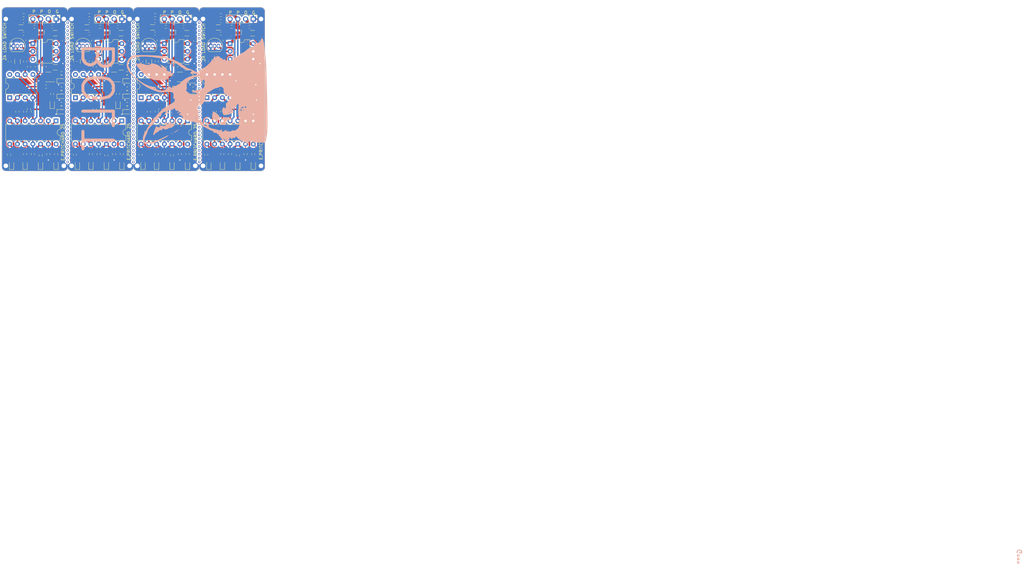
<source format=kicad_pcb>
(kicad_pcb (version 20221018) (generator pcbnew)
  (layers (0 "F.Cu" signal) (31 "B.Cu" signal) (34 "B.Paste" user) (35 "F.Paste" user) (36 "B.SilkS" user "B.Silkscreen") (37 "F.SilkS" user "F.Silkscreen") (38 "B.Mask" user) (39 "F.Mask" user) (44 "Edge.Cuts" user))
  (net 0 "")
  (net 1 "+12V")
  (net 2 "GND")
  (net 3 "/close_ssr")
  (net 4 "/OUT")
  (net 5 "Net-(D1-A)")
  (net 6 "Net-(D2-A)")
  (net 7 "Net-(D3-A)")
  (net 8 "Net-(D4-A)")
  (net 9 "Net-(D5-A)")
  (net 10 "Net-(D6-A)")
  (net 11 "Net-(D7-A)")
  (net 12 "Net-(D8-A)")
  (net 13 "VPP")
  (net 14 "Net-(Q1-B)")
  (net 15 "Net-(Q1-C)")
  (net 16 "Net-(U2-+)")
  (net 17 "Net-(R1_1206-Pad2)")
  (net 18 "Net-(R5-Pad1)")
  (net 19 "/ssr_midpoint")
  (net 20 "/ssr_output")
  (net 21 "/sense_out")
  (net 22 "Net-(R8-Pad2)")
  (net 23 "VBUS")
  (net 24 "Net-(U4A-+)")
  (net 25 "Net-(U4B-+)")
  (net 26 "Net-(U4C-+)")
  (net 27 "Net-(U4D-+)")
  (net 28 "Net-(R15-Pad2)")
  (net 29 "Net-(R16-Pad2)")
  (net 30 "Net-(R17-Pad2)")
  (net 31 "Net-(R18-Pad2)")
  (footprint "Package_DIP:DIP-8_W7.62mm" (layer "F.Cu") (at 59.454074 43.225 90)
    (fp_text reference "U2" hide)
    (fp_text value "LM741")
  )
  (footprint "LED_SMD:LED_0603_1608Metric" (layer "F.Cu") (at 48.014074 65.31 90)
    (fp_text reference "D2" hide)
    (fp_text value "LED")
  )
  (footprint "Capacitor_SMD:C_1206_3216Metric" (layer "F.Cu") (at 69.906982 21.733581 -90)
    (fp_text reference "R1_1206" hide)
    (fp_text value "R")
  )
  (footprint "Resistor_SMD:R_0603_1608Metric" (layer "F.Cu") (at 76.449074 35.135)
    (fp_text reference "R24" hide)
    (fp_text value "R")
  )
  (footprint "Capacitor_SMD:C_0603_1608Metric" (layer "F.Cu") (at 37.854074 31.325 90)
    (fp_text reference "C2" hide)
    (fp_text value "C")
  )
  (footprint "Resistor_SMD:R_0603_1608Metric" (layer "F.Cu") (at 67.064074 61.78 90)
    (fp_text reference "R13" hide)
    (fp_text value "R")
  )
  (footprint "LED_SMD:LED_0603_1608Metric" (layer "F.Cu") (at 33.269074 37.675)
    (fp_text reference "D8" hide)
    (fp_text value "LED")
  )
  (footprint "Resistor_SMD:R_0603_1608Metric" (layer "F.Cu") (at 40.394074 47.81 90)
    (fp_text reference "R12" hide)
    (fp_text value "R")
  )
  (footprint "LED_SMD:LED_0603_1608Metric" (layer "F.Cu") (at 30.234074 45.295 90)
    (fp_text reference "D5" hide)
    (fp_text value "LED")
  )
  (footprint "Connector_PinHeader_2.54mm:PinHeader_1x04_P2.54mm_Vertical" (layer "F.Cu") (at 53.094074 17.355 -90)
    (fp_text reference "J1" hide)
    (fp_text value "Conn_01x04_Pin")
  )
  (footprint "Resistor_SMD:R_0603_1608Metric" (layer "F.Cu") (at 64.524074 61.78 90)
    (fp_text reference "R17" hide)
    (fp_text value "R")
  )
  (footprint "Package_TO_SOT_THT:TO-92_Inline" (layer "F.Cu") (at 60.714074 26.245)
    (fp_text reference "Q1" hide)
    (fp_text value "2N3904")
  )
  (footprint "Resistor_SMD:R_0603_1608Metric" (layer "F.Cu") (at 16.056495 61.977832 90)
    (fp_text reference "R18" hide)
    (fp_text value "R")
  )
  (footprint "Package_TO_SOT_SMD:SOT-23-6_Handsoldering" (layer "F.Cu") (at 50.554074 36.405 180)
    (fp_text reference "U3" hide)
    (fp_text value "74LVC1G08")
  )
  (footprint "Resistor_SMD:R_0603_1608Metric" (layer "F.Cu") (at 21.344074 31.325 90)
    (fp_text reference "R3" hide)
    (fp_text value "R")
  )
  (footprint "Resistor_SMD:R_0603_1608Metric" (layer "F.Cu") (at 44.204074 33.09 -90)
    (fp_text reference "R26" hide)
    (fp_text value "R")
  )
  (footprint "Capacitor_SMD:C_1206_3216Metric" (layer "F.Cu") (at 96.040326 33.227259)
    (fp_text reference "R8_1206" hide)
    (fp_text value "R")
  )
  (footprint "Resistor_SMD:R_0603_1608Metric" (layer "F.Cu") (at 54.859074 46.565)
    (fp_text reference "R21" hide)
    (fp_text value "R")
  )
  (footprint "Package_DIP:DIP-6_W7.62mm" (layer "F.Cu") (at 88.654074 25.445)
    (fp_text reference "U1" hide)
    (fp_text value "4N25")
  )
  (footprint "Resistor_SMD:R_0603_1608Metric" (layer "F.Cu") (at 68.334074 33.065 -90)
    (fp_text reference "R5" hide)
    (fp_text value "R")
  )
  (footprint "Capacitor_SMD:C_0603_1608Metric" (layer "F.Cu") (at 95.004074 19.895)
    (fp_text reference "D10" hide)
    (fp_text value "D")
  )
  (footprint "Resistor_SMD:R_0603_1608Metric" (layer "F.Cu") (at 96.274074 61.78 90)
    (fp_text reference "R15" hide)
    (fp_text value "R")
  )
  (footprint "Resistor_SMD:R_0603_1608Metric" (layer "F.Cu") (at 76.449074 36.405)
    (fp_text reference "R25" hide)
    (fp_text value "R")
  )
  (footprint "LED_SMD:LED_0603_1608Metric" (layer "F.Cu") (at 98.039074 42.755)
    (fp_text reference "D7" hide)
    (fp_text value "LED")
  )
  (footprint "Package_DIP:DIP-14_W7.62mm" (layer "F.Cu") (at 96.274074 50.845 -90)
    (fp_text reference "U4" hide)
    (fp_text value "LM324")
  )
  (footprint "Capacitor_SMD:C_0603_1608Metric" (layer "F.Cu") (at 98.847877 24.558617 90)
    (fp_text reference "C3" hide)
    (fp_text value "C")
  )
  (footprint "Resistor_SMD:R_0603_1608Metric" (layer "F.Cu") (at 23.884074 47.81 -90)
    (fp_text reference "R10" hide)
    (fp_text value "R")
  )
  (footprint "Resistor_SMD:R_0603_1608Metric" (layer "F.Cu") (at 45.969074 19.895 180)
    (fp_text reference "R7" hide)
    (fp_text value "R")
  )
  (footprint "Resistor_SMD:R_0603_1608Metric" (layer "F.Cu") (at 89.924074 33.065 -90)
    (fp_text reference "R5" hide)
    (fp_text value "R")
  )
  (footprint "Resistor_SMD:R_0603_1608Metric" (layer "F.Cu") (at 42.934074 31.325 90)
    (fp_text reference "R3" hide)
    (fp_text value "R")
  )
  (footprint "Resistor_SMD:R_0603_1608Metric" (layer "F.Cu") (at 27.694074 33.065 -90)
    (fp_text reference "R6" hide)
    (fp_text value "R")
  )
  (footprint "Resistor_SMD:R_0603_1608Metric" (layer "F.Cu") (at 22.614074 33.09 -90)
    (fp_text reference "R26" hide)
    (fp_text value "R")
  )
  (footprint "LED_SMD:LED_0603_1608Metric" (layer "F.Cu") (at 54.859074 47.835)
    (fp_text reference "D6" hide)
    (fp_text value "LED")
  )
  (footprint "Capacitor_SMD:C_0603_1608Metric" (layer "F.Cu") (at 55.667877 24.558617 90)
    (fp_text reference "C3" hide)
    (fp_text value "C")
  )
  (footprint "LED_SMD:LED_0603_1608Metric" (layer "F.Cu") (at 73.414074 45.295 90)
    (fp_text reference "D5" hide)
    (fp_text value "LED")
  )
  (footprint "Resistor_SMD:R_0603_1608Metric" (layer "F.Cu") (at 45.474074 61.78 90)
    (fp_text reference "R13" hide)
    (fp_text value "R")
  )
  (footprint "Resistor_SMD:R_0603_1608Metric" (layer "F.Cu") (at 76.449074 40.215)
    (fp_text reference "R22" hide)
    (fp_text value "R")
  )
  (footprint "Package_TO_SOT_SMD:SOT-23-6_Handsoldering" (layer "F.Cu") (at 28.964074 36.405 180)
    (fp_text reference "U3" hide)
    (fp_text value "74LVC1G08")
  )
  (footprint "Resistor_SMD:R_0603_1608Metric" (layer "F.Cu") (at 73.414074 41.98 -90)
    (fp_text reference "R19" hide)
    (fp_text value "R")
  )
  (footprint "Resistor_SMD:R_0603_1608Metric" (layer "F.Cu") (at 45.474074 47.81 -90)
    (fp_text reference "R10" hide)
    (fp_text value "R")
  )
  (footprint "Capacitor_SMD:C_0603_1608Metric" (layer "F.Cu") (at 34.077877 24.558617 90)
    (fp_text reference "C3" hide)
    (fp_text value "C")
  )
  (footprint "Capacitor_SMD:C_0603_1608Metric" (layer "F.Cu") (at 20.8149 18.072861 180)
    (fp_text reference "C1" hide)
    (fp_text value "C")
  )
  (footprint "Capacitor_SMD:C_0603_1608Metric" (layer "F.Cu") (at 85.588554 22.148882 180)
    (fp_text reference "D9" hide)
    (fp_text value "D")
  )
  (footprint "Package_DIP:DIP-6_W7.62mm" (layer "F.Cu") (at 23.884074 25.445)
    (fp_text reference "U1" hide)
    (fp_text value "4N25")
  )
  (footprint "Resistor_SMD:R_0603_1608Metric" (layer "F.Cu") (at 24.902131 45.356121 180)
    (fp_text reference "R4" hide)
    (fp_text value "R")
  )
  (footprint "Resistor_SMD:R_0603_1608Metric" (layer "F.Cu") (at 93.734074 61.78 90)
    (fp_text reference "R14" hide)
    (fp_text value "R")
  )
  (footprint "Resistor_SMD:R_0603_1608Metric" (layer "F.Cu") (at 44.174333 46.999105 -90)
    (fp_text reference "R1" hide)
    (fp_text value "R")
  )
  (footprint "Resistor_SMD:R_0603_1608Metric" (layer "F.Cu") (at 23.884074 61.78 90)
    (fp_text reference "R13" hide)
    (fp_text value "R")
  )
  (footprint "Resistor_SMD:R_0603_1608Metric" (layer "F.Cu") (at 48.035287 62.190648 90)
    (fp_text reference "R16" hide)
    (fp_text value "R")
  )
  (footprint "LED_SMD:LED_0603_1608Metric" (layer "F.Cu") (at 60.079074 65.31 90)
    (fp_text reference "D4" hide)
    (fp_text value "LED")
  )
  (footprint "Resistor_SMD:R_0603_1608Metric" (layer "F.Cu") (at 31.504074 61.78 90)
    (fp_text reference "R15" hide)
    (fp_text value "R")
  )
  (footprint "Capacitor_SMD:C_0603_1608Metric" (layer "F.Cu") (at 85.5849 18.072861 180)
    (fp_text reference "C1" hide)
    (fp_text value "C")
  )
  (footprint "Package_DIP:DIP-14_W7.62mm" (layer "F.Cu") (at 53.094074 50.845 -90)
    (fp_text reference "U4" hide)
    (fp_text value "LM324")
  )
  (footprint "LED_SMD:LED_0603_1608Metric" (layer "F.Cu") (at 91.194074 65.31 90)
    (fp_text reference "D2" hide)
    (fp_text value "LED")
  )
  (footprint "LED_SMD:LED_0603_1608Metric" (layer "F.Cu") (at 69.604074 65.31 90)
    (fp_text reference "D2" hide)
    (fp_text value "LED")
  )
  (footprint "Capacitor_SMD:C_0603_1608Metric" (layer "F.Cu") (at 73.414074 19.895)
    (fp_text reference "D10" hide)
    (fp_text value "D")
  )
  (footprint "Resistor_SMD:R_0603_1608Metric" (layer "F.Cu") (at 86.114074 61.78 90)
    (fp_text reference "R17" hide)
    (fp_text value "R")
  )
  (footprint "Capacitor_SMD:C_0603_1608Metric" (layer "F.Cu") (at 20.818554 22.148882 180)
    (fp_text reference "D9" hide)
    (fp_text value "D")
  )
  (footprint "Resistor_SMD:R_0603_1608Metric" (layer "F.Cu") (at 26.445287 62.190648 90)
    (fp_text reference "R16" hide)
    (fp_text value "R")
  )
  (footprint "Resistor_SMD:R_0603_1608Metric" (layer "F.Cu") (at 87.384074 33.09 -90)
    (fp_text reference "R26" hide)
    (fp_text value "R")
  )
  (footprint "LED_SMD:LED_0603_1608Metric" (layer "F.Cu") (at 53.094074 65.31 90)
    (fp_text reference "D1" hide)
    (fp_text value "LED")
  )
  (footprint "Resistor_SMD:R_0603_1608Metric" (layer "F.Cu") (at 61.984074 47.81 90)
    (fp_text reference "R12" hide)
    (fp_text value "R")
  )
  (footprint "Resistor_SMD:R_0603_1608Metric" (layer "F.Cu") (at 86.114074 47.81 90)
    (fp_text reference "R11" hide)
    (fp_text value "R")
  )
  (footprint "Resistor_SMD:R_0603_1608Metric" (layer "F.Cu") (at 65.794074 33.09 -90)
    (fp_text reference "R26" hide)
    (fp_text value "R")
  )
  (footprint "Capacitor_SMD:C_1206_3216Metric" (layer "F.Cu") (at 84.78057 20.143884 180)
    (fp_text reference "C5_1206" hide)
    (fp_text value "C")
  )
  (footprint "Resistor_SMD:R_0603_1608Metric" (layer "F.Cu") (at 37.646495 61.977832 90)
    (fp_text reference "R18" hide)
    (fp_text value "R")
  )
  (footprint "Resistor_SMD:R_0603_1608Metric" (layer "F.Cu") (at 98.039074 35.135)
    (fp_text reference "R24" hide)
    (fp_text value "R")
  )
  (footprint "Resistor_SMD:R_0603_1608Metric" (layer "F.Cu") (at 42.934074 47.81 90)
    (fp_text reference "R11" hide)
    (fp_text value "R")
  )
  (footprint "Resistor_SMD:R_0603_1608Metric" (layer "F.Cu") (at 91.215287 62.190648 90)
    (fp_text reference "R16" hide)
    (fp_text value "R")
  )
  (footprint "Resistor_SMD:R_0603_1608Metric" (layer "F.Cu") (at 92.464074 33.065 -90)
    (fp_text reference "R6" hide)
    (fp_text value "R")
  )
  (footprint "Resistor_SMD:R_0603_1608Metric" (layer "F.Cu") (at 98.039074 40.215)
    (fp_text reference "R22" hide)
    (fp_text value "R")
  )
  (footprint "Resistor_SMD:R_0603_1608Metric" (layer "F.Cu") (at 21.344074 47.81 90)
    (fp_text reference "R11" hide)
    (fp_text value "R")
  )
  (footprint "Resistor_SMD:R_0603_1608Metric" (layer "F.Cu") (at 69.625287 62.190648 90)
    (fp_text reference "R16" hide)
    (fp_text value "R")
  )
  (footprint "Capacitor_SMD:C_1206_3216Metric" (layer "F.Cu") (at 41.60057 20.143884 180)
    (fp_text reference "C5_1206" hide)
    (fp_text value "C")
  )
  (footprint "Capacitor_SMD:C_1206_3216Metric" (layer "F.Cu") (at 74.431969 22.02744)
    (fp_text reference "C4_1206" hide)
    (fp_text value "C")
  )
  (footprint "Resistor_SMD:R_0603_1608Metric" (layer "F.Cu") (at 50.554074 61.78 90)
    (fp_text reference "R14" hide)
    (fp_text value "R")
  )
  (footprint "Resistor_SMD:R_0603_1608Metric" (layer "F.Cu") (at 67.559074 19.895 180)
    (fp_text reference "R7" hide)
    (fp_text value "R")
  )
  (footprint "LED_SMD:LED_0603_1608Metric" (layer "F.Cu") (at 33.269074 42.755)
    (fp_text reference "D7" hide)
    (fp_text value "LED")
  )
  (footprint "Capacitor_SMD:C_0603_1608Metric" (layer "F.Cu") (at 81.034074 31.325 90)
    (fp_text reference "C2" hide)
    (fp_text value "C")
  )
  (footprint "Resistor_SMD:R_0603_1608Metric" (layer "F.Cu") (at 33.269074 35.135)
    (fp_text reference "R24" hide)
    (fp_text value "R")
  )
  (footprint "Resistor_SMD:R_0603_1608Metric" (layer "F.Cu") (at 33.269074 46.565)
    (fp_text reference "R21" hide)
    (fp_text value "R")
  )
  (footprint "Package_DIP:DIP-14_W7.62mm" (layer "F.Cu") (at 74.684074 50.845 -90)
    (fp_text reference "U4" hide)
    (fp_text value "LM324")
  )
  (footprint "Connector_PinHeader_2.54mm:PinHeader_1x04_P2.54mm_Vertical" (layer "F.Cu") (at 96.274074 17.355 -90)
    (fp_text reference "J1" hide)
    (fp_text value "Conn_01x04_Pin")
  )
  (footprint "Capacitor_SMD:C_0603_1608Metric" (layer "F.Cu") (at 63.9949 18.072861 180)
    (fp_text reference "C1" hide)
    (fp_text value "C")
  )
  (footprint "Package_DIP:DIP-14_W7.62mm" (layer "F.Cu") (at 31.504074 50.845 -90)
    (fp_text reference "U4" hide)
    (fp_text value "LM324")
  )
  (footprint "LED_SMD:LED_0603_1608Metric" (layer "F.Cu") (at 76.449074 47.835)
    (fp_text reference "D6" hide)
    (fp_text value "LED")
  )
  (footprint "Capacitor_SMD:C_0603_1608Metric" (layer "F.Cu") (at 42.408554 22.148882 180)
    (fp_text reference "D9" hide)
    (fp_text value "D")
  )
  (footprint "Resistor_SMD:R_0603_1608Metric" (layer "F.Cu") (at 83.574074 47.81 90)
    (fp_text reference "R12" hide)
    (fp_text value "R")
  )
  (footprint "LED_SMD:LED_0603_1608Metric" (layer "F.Cu") (at 98.039074 37.675)
    (fp_text reference "D8" hide)
    (fp_text value "LED")
  )
  (footprint "LED_SMD:LED_0603_1608Metric" (layer "F.Cu") (at 76.449074 37.675)
    (fp_text reference "D8" hide)
    (fp_text value "LED")
  )
  (footprint "Resistor_SMD:R_0603_1608Metric" (layer "F.Cu") (at 24.379074 19.895 180)
    (fp_text reference "R7" hide)
    (fp_text value "R")
  )
  (footprint "LED_SMD:LED_0603_1608Metric" (layer "F.Cu") (at 86.114074 65.31 90)
    (fp_text reference "D3" hide)
    (fp_text value "LED")
  )
  (footprint "Resistor_SMD:R_0603_1608Metric" (layer "F.Cu") (at 28.964074 61.78 90)
    (fp_text reference "R14" hide)
    (fp_text value "R")
  )
  (footprint "Resistor_SMD:R_0603_1608Metric" (layer "F.Cu") (at 72.144074 61.78 90)
    (fp_text reference "R14" hide)
    (fp_text value "R")
  )
  (footprint "LED_SMD:LED_0603_1608Metric" (layer "F.Cu") (at 33.269074 47.835)
    (fp_text reference "D6" hide)
    (fp_text value "LED")
  )
  (footprint "Capacitor_SMD:C_0603_1608Metric" (layer "F.Cu") (at 63.998554 22.148882 180)
    (fp_text reference "D9" hide)
    (fp_text value "D")
  )
  (footprint "LED_SMD:LED_0603_1608Metric" (layer "F.Cu") (at 54.859074 37.675)
    (fp_text reference "D8" hide)
    (fp_text value "LED")
  )
  (footprint "Package_TO_SOT_THT:TO-92_Inline" (layer "F.Cu") (at 82.304074 26.245)
    (fp_text reference "Q1" hide)
    (fp_text value "2N3904")
  )
  (footprint "Capacitor_SMD:C_0603_1608Metric" (layer "F.Cu") (at 59.444074 31.325 90)
    (fp_text reference "C2" hide)
    (fp_text value "C")
  )
  (footprint "Resistor_SMD:R_0603_1608Metric" (layer "F.Cu") (at 88.654074 47.81 -90)
    (fp_text reference "R10" hide)
    (fp_text value "R")
  )
  (footprint "LED_SMD:LED_0603_1608Metric" (layer "F.Cu") (at 16.899074 65.31 90)
    (fp_text reference "D4" hide)
    (fp_text value "LED")
  )
  (footprint "Resistor_SMD:R_0603_1608Metric" (layer "F.Cu") (at 42.439074 16.085 180)
    (fp_text reference "R9" hide)
    (fp_text value "R")
  )
  (footprint "Package_DIP:DIP-6_W7.62mm" (layer "F.Cu") (at 45.474074 25.445)
    (fp_text reference "U1" hide)
    (fp_text value "4N25")
  )
  (footprint "Resistor_SMD:R_0603_1608Metric" (layer "F.Cu") (at 46.492131 45.356121 180)
    (fp_text reference "R4" hide)
    (fp_text value "R")
  )
  (footprint "Resistor_SMD:R_0603_1608Metric" (layer "F.Cu") (at 74.684074 61.78 90)
    (fp_text reference "R15" hide)
    (fp_text value "R")
  )
  (footprint "Capacitor_SMD:C_1206_3216Metric" (layer "F.Cu") (at 83.574074 31.325 90)
    (fp_text reference "R4_1206" hide)
    (fp_text value "R")
  )
  (footprint "Resistor_SMD:R_0603_1608Metric" (layer "F.Cu") (at 64.524074 31.325 90)
    (fp_text reference "R3" hide)
    (fp_text value "R")
  )
  (footprint "Capacitor_SMD:C_1206_3216Metric" (layer "F.Cu") (at 52.841969 22.02744)
    (fp_text reference "C4_1206" hide)
    (fp_text value "C")
  )
  (footprint "Resistor_SMD:R_0603_1608Metric" (layer "F.Cu") (at 49.779074 39.58)
    (fp_text reference "R8" hide)
    (fp_text value "R")
  )
  (footprint "Connector_PinHeader_2.54mm:PinHeader_1x04_P2.54mm_Vertical" (layer "F.Cu") (at 31.504074 17.355 -90)
    (fp_text reference "J1" hide)
    (fp_text value "Conn_01x04_Pin")
  )
  (footprint "Resistor_SMD:R_0603_1608Metric" (layer "F.Cu") (at 54.859074 36.405)
    (fp_text reference "R25" hide)
    (fp_text value "R")
  )
  (footprint "Resistor_SMD:R_0603_1608Metric" (layer "F.Cu") (at 22.584333 46.999105 -90)
    (fp_text reference "R1" hide)
    (fp_text value "R")
  )
  (footprint "Resistor_SMD:R_0603_1608Metric" (layer "F.Cu") (at 89.672131 45.356121 180)
    (fp_text reference "R4" hide)
    (fp_text value "R")
  )
  (footprint "Capacitor_SMD:C_1206_3216Metric" (layer "F.Cu") (at 91.496982 21.733581 -90)
    (fp_text reference "R1_1206" hide)
    (fp_text value "R")
  )
  (footprint "Resistor_SMD:R_0603_1608Metric" (layer "F.Cu") (at 65.764333 46.999105 -90)
    (fp_text reference "R1" hide)
    (fp_text value "R")
  )
  (footprint "Resistor_SMD:R_0603_1608Metric" (layer "F.Cu") (at 54.859074 35.135)
    (fp_text reference "R24" hide)
    (fp_text value "R")
  )
  (footprint "LED_SMD:LED_0603_1608Metric" (layer "F.Cu") (at 21.344074 65.31 90)
    (fp_text reference "D3" hide)
    (fp_text value "LED")
  )
  (footprint "Resistor_SMD:R_0603_1608Metric" (layer "F.Cu") (at 30.234074 41.98 -90)
    (fp_text reference "R19" hide)
    (fp_text value "R")
  )
  (footprint "Resistor_SMD:R_0603_1608Metric" (layer "F.Cu") (at 71.369074 39.58)
    (fp_text reference "R8" hide)
    (fp_text value "R")
  )
  (footprint "Resistor_SMD:R_0603_1608Metric" (layer "F.Cu") (at 76.449074 41.485)
    (fp_text reference "R23" hide)
    (fp_text value "R")
  )
  (footprint "LED_SMD:LED_0603_1608Metric" (layer "F.Cu") (at 31.504074 65.31 90)
    (fp_text reference "D1" hide)
    (fp_text value "LED")
  )
  (footprint "LED_SMD:LED_0603_1608Metric" (layer "F.Cu") (at 42.934074 65.31 90)
    (fp_text reference "D3" hide)
    (fp_text value "LED")
  )
  (footprint "Resistor_SMD:R_0603_1608Metric" (layer "F.Cu") (at 87.354333 46.999105 -90)
    (fp_text reference "R1" hide)
    (fp_text value "R")
  )
  (footprint "Resistor_SMD:R_0603_1608Metric" (layer "F.Cu") (at 54.859074 40.215)
    (fp_text reference "R22" hide)
    (fp_text value "R")
  )
  (footprint "Resistor_SMD:R_0603_1608Metric" (layer "F.Cu") (at 98.039074 45.295)
    (fp_text reference "R20" hide)
    (fp_text value "R")
  )
  (footprint "Package_TO_SOT_SMD:SOT-23-6_Handsoldering" (layer "F.Cu") (at 93.734074 36.405 180)
    (fp_text reference "U3" hide)
    (fp_text value "74LVC1G08")
  )
  (footprint "Resistor_SMD:R_0603_1608Metric" (layer "F.Cu") (at 59.236495 61.977832 90)
    (fp_text reference "R18" hide)
    (fp_text value "R")
  )
  (footprint "Package_TO_SOT_SMD:SOT-23-6_Handsoldering" (layer "F.Cu") (at 72.144074 36.405 180)
    (fp_text reference "U3" hide)
    (fp_text value "74LVC1G08")
  )
  (footprint "Capacitor_SMD:C_1206_3216Metric" (layer "F.Cu") (at 20.01057 20.143884 180)
    (fp_text reference "C5_1206" hide)
    (fp_text value "C")
  )
  (footprint "Resistor_SMD:R_0603_1608Metric" (layer "F.Cu") (at 65.300306 24.420149 -90)
    (fp_text reference "R2" hide)
    (fp_text value "R")
  )
  (footprint "Resistor_SMD:R_0603_1608Metric" (layer "F.Cu") (at 76.449074 46.565)
    (fp_text reference "R21" hide)
    (fp_text value "R")
  )
  (footprint "Capacitor_SMD:C_1206_3216Metric" (layer "F.Cu") (at 31.270326 33.227259)
    (fp_text reference "R8_1206" hide)
    (fp_text value "R")
  )
  (footprint "Resistor_SMD:R_0603_1608Metric" (layer "F.Cu") (at 33.269074 41.485)
    (fp_text reference "R23" hide)
    (fp_text value "R")
  )
  (footprint "Resistor_SMD:R_0603_1608Metric" (layer "F.Cu") (at 33.269074 45.295)
    (fp_text reference "R20" hide)
    (fp_text value "R")
  )
  (footprint "Resistor_SMD:R_0603_1608Metric" (layer "F.Cu") (at 80.826495 61.977832 90)
    (fp_text reference "R18" hide)
    (fp_text value "R")
  )
  (footprint "Connector_PinHeader_2.54mm:PinHeader_1x04_P2.54mm_Vertical" (layer "F.Cu") (at 74.684074 17.355 -90)
    (fp_text reference "J1" hide)
    (fp_text value "Conn_01x04_Pin")
  )
  (footprint "Resistor_SMD:R_0603_1608Metric" (layer "F.Cu") (at 43.710306 24.420149 -90)
    (fp_text reference "R2" hide)
    (fp_text value "R")
  )
  (footprint "Package_DIP:DIP-8_W7.62mm" (layer "F.Cu") (at 81.044074 43.225 90)
    (fp_text reference "U2" hide)
    (fp_text value "LM741")
  )
  (footprint "Resistor_SMD:R_0603_1608Metric" (layer "F.Cu") (at 98.039074 36.405)
    (fp_text reference "R25" hide)
    (fp_text value "R")
  )
  (footprint "Package_DIP:DIP-8_W7.62mm" (layer "F.Cu") (at 16.274074 43.225 90)
    (fp_text reference "U2" hide)
    (fp_text value "LM741")
  )
  (footprint "Resistor_SMD:R_0603_1608Metric" (layer "F.Cu") (at 85.619074 16.085 180)
    (fp_text reference "R9" hide)
    (fp_text value "R")
  )
  (footprint "Resistor_SMD:R_0603_1608Metric" (layer "F.Cu") (at 28.189074 39.58)
    (fp_text reference "R8" hide)
    (fp_text value "R")
  )
  (footprint "Capacitor_SMD:C_0603_1608Metric" (layer "F.Cu") (at 16.264074 31.325 90)
    (fp_text reference "C2" hide)
    (fp_text value "C")
  )
  (footprint "Capacitor_SMD:C_1206_3216Metric" (layer "F.Cu") (at 31.251969 22.02744)
    (fp_text reference "C4_1206" hide)
    (fp_text value "C")
  )
  (footprint "Package_DIP:DIP-8_W7.62mm" (layer "F.Cu") (at 37.864074 43.225 90)
    (fp_text reference "U2" hide)
    (fp_text value "LM741")
  )
  (footprint "Package_TO_SOT_THT:TO-92_Inline" (layer "F.Cu") (at 17.534074 26.245)
    (fp_text reference "Q1" hide)
    (fp_text value "2N3904")
  )
  (footprint "Resistor_SMD:R_0603_1608Metric" (layer "F.Cu") (at 53.094074 61.78 90)
    (fp_text reference "R15" hide)
    (fp_text value "R")
  )
  (footprint "Resistor_SMD:R_0603_1608Metric" (layer "F.Cu") (at 42.934074 61.78 90)
    (fp_text reference "R17" hide)
    (fp_text value "R")
  )
  (footprint "Package_DIP:DIP-6_W7.62mm" (layer "F.Cu") (at 67.064074 25.445)
    (fp_text reference "U1" hide)
    (fp_text value "4N25")
  )
  (footprint "Resistor_SMD:R_0603_1608Metric" (layer "F.Cu") (at 25.154074 33.065 -90)
    (fp_text reference "R5" hide)
    (fp_text value "R")
  )
  (footprint "Resistor_SMD:R_0603_1608Metric" (layer "F.Cu") (at 51.824074 41.98 -90)
    (fp_text reference "R19" hide)
    (fp_text value "R")
  )
  (footprint "Resistor_SMD:R_0603_1608Metric" (layer "F.Cu") (at 92.959074 39.58)
    (fp_text reference "R8" hide)
    (fp_text value "R")
  )
  (footprint "Capacitor_SMD:C_1206_3216Metric" (layer "F.Cu") (at 52.860326 33.227259)
    (fp_text reference "R8_1206" hide)
    (fp_text value "R")
  )
  (footprint "Capacitor_SMD:C_1206_3216Metric" (layer "F.Cu") (at 63.19057 20.143884 180)
    (fp_text reference "C5_1206" hide)
    (fp_text value "C")
  )
  (footprint "Resistor_SMD:R_0603_1608Metric" (layer "F.Cu") (at 64.029074 16.085 180)
    (fp_text reference "R9" hide)
    (fp_text value "R")
  )
  (footprint "Capacitor_SMD:C_0603_1608Metric" (layer "F.Cu") (at 51.824074 19.895)
    (fp_text reference "D10" hide)
    (fp_text value "D")
  )
  (footprint "Resistor_SMD:R_0603_1608Metric" (layer "F.Cu") (at 70.874074 33.065 -90)
    (fp_text reference "R6" hide)
    (fp_text value "R")
  )
  (footprint "LED_SMD:LED_0603_1608Metric" (layer "F.Cu") (at 26.424074 65.31 90)
    (fp_text reference "D2" hide)
    (fp_text value "LED")
  )
  (footprint "Resistor_SMD:R_0603_1608Metric" (layer "F.Cu") (at 98.039074 41.485)
    (fp_text reference "R23" hide)
    (fp_text value "R")
  )
  (footprint "Resistor_SMD:R_0603_1608Metric" (layer "F.Cu") (at 54.859074 41.485)
    (fp_text reference "R23" hide)
    (fp_text value "R")
  )
  (footprint "Resistor_SMD:R_0603_1608Metric" (layer "F.Cu") (at 33.269074 40.215)
    (fp_text reference "R22" hide)
    (fp_text value "R")
  )
  (footprint "LED_SMD:LED_0603_1608Metric" (layer "F.Cu") (at 76.449074 42.755)
    (fp_text reference "D7" hide)
    (fp_text value "LED")
  )
  (footprint "Capacitor_SMD:C_1206_3216Metric" (layer "F.Cu") (at 61.984074 31.325 90)
    (fp_text reference "R4_1206" hide)
    (fp_text value "R")
  )
  (footprint "LED_SMD:LED_0603_1608Metric" (layer "F.Cu") (at 98.039074 47.835)
    (fp_text reference "D6" hide)
    (fp_text value "LED")
  )
  (footprint "Resistor_SMD:R_0603_1608Metric" (layer "F.Cu") (at 20.849074 16.085 180)
    (fp_text reference "R9" hide)
    (fp_text value "R")
  )
  (footprint "Resistor_SMD:R_0603_1608Metric" (layer "F.Cu") (at 21.344074 61.78 90)
    (fp_text reference "R17" hide)
    (fp_text value "R")
  )
  (footprint "Resistor_SMD:R_0603_1608Metric" (layer "F.Cu") (at 33.269074 36.405)
    (fp_text reference "R25" hide)
    (fp_text value "R")
  )
  (footprint "Resistor_SMD:R_0603_1608Metric" (layer "F.Cu") (at 54.859074 45.295)
    (fp_text reference "R20" hide)
    (fp_text value "R")
  )
  (footprint "Resistor_SMD:R_0603_1608Metric" (layer "F.Cu") (at 95.004074 41.98 -90)
    (fp_text reference "R19" hide)
    (fp_text value "R")
  )
  (footprint "Resistor_SMD:R_0603_1608Metric" (layer "F.Cu") (at 86.890306 24.420149 -90)
    (fp_text reference "R2" hide)
    (fp_text value "R")
  )
  (footprint "Resistor_SMD:R_0603_1608Metric" (layer "F.Cu") (at 22.120306 24.420149 -90)
    (fp_text reference "R2" hide)
    (fp_text value "R")
  )
  (footprint "Resistor_SMD:R_0603_1608Metric" (layer "F.Cu") (at 98.039074 46.565)
    (fp_text reference "R21" hide)
    (fp_text value "R")
  )
  (footprint "Capacitor_SMD:C_1206_3216Metric" (layer "F.Cu") (at 18.804074 31.325 90)
    (fp_text reference "R4_1206" hide)
    (fp_text value "R")
  )
  (footprint "Capacitor_SMD:C_0603_1608Metric" (layer "F.Cu") (at 42.4049 18.072861 180)
    (fp_text reference "C1" hide)
    (fp_text value "C")
  )
  (footprint "LED_SMD:LED_0603_1608Metric" (layer "F.Cu") (at 51.824074 45.295 90)
    (fp_text reference "D5" hide)
    (fp_text value "LED")
  )
  (footprint "LED_SMD:LED_0603_1608Metric" (layer "F.Cu") (at 54.859074 42.755)
    (fp_text reference "D7" hide)
    (fp_text value "LED")
  )
  (footprint "Resistor_SMD:R_0603_1608Metric" (layer "F.Cu") (at 18.804074 47.81 90)
    (fp_text reference "R12" hide)
    (fp_text value "R")
  )
  (footprint "Resistor_SMD:R_0603_1608Metric" (layer "F.Cu") (at 49.284074 33.065 -90)
    (fp_text reference "R6" hide)
    (fp_text value "R")
  )
  (footprint "Resistor_SMD:R_0603_1608Metric" (layer "F.Cu") (at 67.064074 47.81 -90)
    (fp_text reference "R10" hide)
    (fp_text value "R")
  )
  (footprint "Resistor_SMD:R_0603_1608Metric" (layer "F.Cu") (at 89.149074 19.895 180)
    (fp_text reference "R7" hide)
    (fp_text value "R")
  )
  (footprint "LED_SMD:LED_0603_1608Metric" (layer "F.Cu") (at 64.524074 65.31 90)
    (fp_text reference "D3" hide)
    (fp_text value "LED")
  )
  (footprint "LED_SMD:LED_0603_1608Metric" (layer "F.Cu") (at 95.004074 45.295 90)
    (fp_text reference "D5" hide)
    (fp_text value "LED")
  )
  (footprint "LED_SMD:LED_0603_1608Metric" (layer "F.Cu") (at 38.489074 65.31 90)
    (fp_text reference "D4" hide)
    (fp_text value "LED")
  )
  (footprint "Resistor_SMD:R_0603_1608Metric" (layer "F.Cu") (at 68.082131 45.356121 180)
    (fp_text reference "R4" hide)
    (fp_text value "R")
  )
  (footprint "LED_SMD:LED_0603_1608Metric" (layer "F.Cu") (at 96.274074 65.31 90)
    (fp_text reference "D1" hide)
    (fp_text value "LED")
  )
  (footprint "Capacitor_SMD:C_1206_3216Metric" (layer "F.Cu") (at 96.021969 22.02744)
    (fp_text reference "C4_1206" hide)
    (fp_text value "C")
  )
  (footprint "Capacitor_SMD:C_1206_3216Metric" (layer "F.Cu") (at 74.450326 33.227259)
    (fp_text reference "R8_1206" hide)
    (fp_text value "R")
  )
  (footprint "Capacitor_SMD:C_1206_3216Metric" (layer "F.Cu") (at 40.394074 31.325 90)
    (fp_text reference "R4_1206" hide)
    (fp_text value "R")
  )
  (footprint "Capacitor_SMD:C_1206_3216Metric" (layer "F.Cu") (at 26.726982 21.733581 -90)
    (fp_text reference "R1_1206" hide)
    (fp_text value "R")
  )
  (footprint "Capacitor_SMD:C_0603_1608Metric" (layer "F.Cu") (at 77.257877 24.558617 90)
    (fp_text reference "C3" hide)
    (fp_text value "C")
  )
  (footprint "LED_SMD:LED_0603_1608Metric" (layer "F.Cu") (at 74.684074 65.31 90)
    (fp_text reference "D1" hide)
    (fp_text value "LED")
  )
  (footprint "Resistor_SMD:R_0603_1608Metric" (layer "F.Cu") (at 88.654074 61.78 90)
    (fp_text reference "R13" hide)
    (fp_text value "R")
  )
  (footprint "Resistor_SMD:R_0603_1608Metric" (layer "F.Cu") (at 64.524074 47.81 90)
    (fp_text reference "R11" hide)
    (fp_text value "R")
  )
  (footprint "Resistor_SMD:R_0603_1608Metric" (layer "F.Cu") (at 46.744074 33.065 -90)
    (fp_text reference "R5" hide)
    (fp_text value "R")
  )
  (footprint "Capacitor_SMD:C_1206_3216Metric" (layer "F.Cu") (at 48.316982 21.733581 -90)
    (fp_text reference "R1_1206" hide)
    (fp_text value "R")
  )
  (footprint "Resistor_SMD:R_0603_1608Metric" (layer "F.Cu") (at 86.114074 31.325 90)
    (fp_text reference "R3" hide)
    (fp_text value "R")
  )
  (footprint "Resistor_SMD:R_0603_1608Metric" (layer "F.Cu") (at 76.449074 45.295)
    (fp_text reference "R20" hide)
    (fp_text value "R")
  )
  (footprint "Package_TO_SOT_THT:TO-92_Inline" (layer "F.Cu") (at 39.124074 26.245)
    (fp_text reference "Q1" hide)
    (fp_text value "2N3904")
  )
  (footprint "Capacitor_SMD:C_0603_1608Metric" (layer "F.Cu") (at 30.234074 19.895)
    (fp_text reference "D10" hide)
    (fp_text value "D")
  )
  (footprint "LED_SMD:LED_0603_1608Metric" (layer "F.Cu") (at 81.669074 65.31 90)
    (fp_text reference "D4" hide)
    (fp_text value "LED")
  )
  (footprint "AudioJacks:BOAT" (layer "B.Cu") (at 348.004319 194.117447 -90)
    (fp_text reference "G***")
    (fp_text value "LOGO" hide)
  )
  (gr_arc (start 36.584074 67.31) (mid 35.686048 66.938026) (end 35.314074 66.04) (stroke (width 0.1)) (layer "Edge.Cuts"))
  (gr_line (start 100.084074 66.04) (end 100.084074 14.815) (stroke (width 0.1)) (layer "Edge.Cuts"))
  (gr_line (start 36.584074 67.31) (end 55.634074 67.31) (stroke (width 0.1)) (layer "Edge.Cuts"))
  (gr_arc (start 56.904074 66.04) (mid 56.5321 66.938026) (end 55.634074 67.31) (stroke (width 0.1)) (layer "Edge.Cuts"))
  (gr_arc (start 78.494074 14.815) (mid 78.866048 13.916974) (end 79.764074 13.545) (stroke (width 0.1)) (layer "Edge.Cuts"))
  (gr_arc (start 98.814074 13.545) (mid 99.7121 13.916974) (end 100.084074 14.815) (stroke (width 0.1)) (layer "Edge.Cuts"))
  (gr_line (start 14.994074 67.31) (end 34.044074 67.31) (stroke (width 0.1)) (layer "Edge.Cuts"))
  (gr_arc (start 56.904074 14.815) (mid 57.276048 13.916974) (end 58.174074 13.545) (stroke (width 0.1)) (layer "Edge.Cuts"))
  (gr_arc (start 35.314074 14.815) (mid 35.686048 13.916974) (end 36.584074 13.545) (stroke (width 0.1)) (layer "Edge.Cuts"))
  (gr_line (start 79.764074 67.31) (end 98.814074 67.31) (stroke (width 0.1)) (layer "Edge.Cuts"))
  (gr_arc (start 77.224074 13.545) (mid 78.1221 13.916974) (end 78.494074 14.815) (stroke (width 0.1)) (layer "Edge.Cuts"))
  (gr_arc (start 14.994074 67.31) (mid 14.096048 66.938026) (end 13.724074 66.04) (stroke (width 0.1)) (layer "Edge.Cuts"))
  (gr_line (start 34.044074 13.545) (end 14.994074 13.545) (stroke (width 0.1)) (layer "Edge.Cuts"))
  (gr_arc (start 58.174074 67.31) (mid 57.276048 66.938026) (end 56.904074 66.04) (stroke (width 0.1)) (layer "Edge.Cuts"))
  (gr_line (start 77.224074 13.545) (end 58.174074 13.545) (stroke (width 0.1)) (layer "Edge.Cuts"))
  (gr_line (start 55.634074 13.545) (end 36.584074 13.545) (stroke (width 0.1)) (layer "Edge.Cuts"))
  (gr_arc (start 34.044074 13.545) (mid 34.9421 13.916974) (end 35.314074 14.815) (stroke (width 0.1)) (layer "Edge.Cuts"))
  (gr_line (start 98.814074 13.545) (end 79.764074 13.545) (stroke (width 0.1)) (layer "Edge.Cuts"))
  (gr_arc (start 78.494074 66.04) (mid 78.1221 66.938026) (end 77.224074 67.31) (stroke (width 0.1)) (layer "Edge.Cuts"))
  (gr_line (start 58.174074 67.31) (end 77.224074 67.31) (stroke (width 0.1)) (layer "Edge.Cuts"))
  (gr_arc (start 35.314074 66.04) (mid 34.9421 66.938026) (end 34.044074 67.31) (stroke (width 0.1)) (layer "Edge.Cuts"))
  (gr_arc (start 55.634074 13.545) (mid 56.5321 13.916974) (end 56.904074 14.815) (stroke (width 0.1)) (layer "Edge.Cuts"))
  (gr_arc (start 100.084074 66.04) (mid 99.7121 66.938026) (end 98.814074 67.31) (stroke (width 0.1)) (layer "Edge.Cuts"))
  (gr_arc (start 79.764074 67.31) (mid 78.866048 66.938026) (end 78.494074 66.04) (stroke (width 0.1)) (layer "Edge.Cuts"))
  (gr_line (start 13.724074 14.815) (end 13.724074 66.04) (stroke (width 0.1)) (layer "Edge.Cuts"))
  (gr_arc (start 13.724074 14.815) (mid 14.096048 13.916974) (end 14.994074 13.545) (stroke (width 0.1)) (layer "Edge.Cuts"))
  (gr_text "BOLT" (at 51.6 24.13 90) (layer "B.SilkS") (effects (font (size 10 10) (thickness 1) bold) (justify left bottom mirror)))
  (gr_text "E.PRITCHARD 25" (at 77.899494 63.972991 90) (layer "F.SilkS") (effects (font (size 1 1)) (justify left bottom)))
  (gr_text "P  P  O  G" (at 23.621802 15.516687) (layer "F.SilkS") (effects (font (size 1 1)) (justify left bottom)))
  (gr_text "E.PRITCHARD 25" (at 34.343151 64.027659 90) (layer "F.SilkS") (effects (font (size 1 1)) (justify left bottom)))
  (gr_text "2A LOAD SWITCH" (at 15.21797 31.078362 90) (layer "F.SilkS") (effects (font (size 1 1)) (justify left bottom)))
  (gr_text "2A LOAD SWITCH" (at 80.524074 31.325 90) (layer "F.SilkS") (effects (font (size 1 1)) (justify left bottom)))
  (gr_text "P  P  O  G" (at 66.501075 15.749456) (layer "F.SilkS") (effects (font (size 1 1)) (justify left bottom)))
  (gr_text "2A LOAD SWITCH" (at 58.934074 31.18442 90) (layer "F.SilkS") (effects (font (size 1 1)) (justify left bottom)))
  (gr_text "P  P  O  G" (at 45.084842 15.714321) (layer "F.SilkS") (effects (font (size 1 1)) (justify left bottom)))
  (gr_text "E.PRITCHARD 25" (at 55.962132 63.893938 90) (layer "F.SilkS") (effects (font (size 1 1)) (justify left bottom)))
  (gr_text "2A LOAD SWITCH" (at 37.344074 31.18442 90) (layer "F.SilkS") (effects (font (size 1 1)) (justify left bottom)))
  (gr_text "P  P  O  G" (at 88.152359 15.85122) (layer "F.SilkS") (effects (font (size 1 1)) (justify left bottom)))
  (gr_text "E.PRITCHARD 25" (at 99.402061 63.735831 90) (layer "F.SilkS") (effects (font (size 1 1)) (justify left bottom)))
  (via (at 56.904074 47.835) (size 0.8) (drill 0.4) (layers "F.Cu" "B.Cu") (net 0))
  (via (at 56.904074 51.645) (size 0.8) (drill 0.4) (layers "F.Cu" "B.Cu") (net 0))
  (via (at 35.314074 21.165) (size 0.8) (drill 0.4) (layers "F.Cu" "B.Cu") (net 0))
  (via (at 78.494074 27.515) (size 0.8) (drill 0.4) (layers "F.Cu" "B.Cu") (net 0))
  (via (at 35.314074 37.675) (size 0.8) (drill 0.4) (layers "F.Cu" "B.Cu") (net 0))
  (via (at 56.904074 55.455) (size 0.8) (drill 0.4) (layers "F.Cu" "B.Cu") (net 0))
  (via (at 78.494074 28.785) (size 0.8) (drill 0.4) (layers "F.Cu" "B.Cu") (net 0))
  (via (at 78.494074 18.625) (size 0.8) (drill 0.4) (layers "F.Cu" "B.Cu") (net 0))
  (via (at 35.314074 54.185) (size 0.8) (drill 0.4) (layers "F.Cu" "B.Cu") (net 0))
  (via (at 35.314074 60.535) (size 0.8) (drill 0.4) (layers "F.Cu" "B.Cu") (net 0))
  (via (at 78.494074 64.345) (size 0.8) (drill 0.4) (layers "F.Cu" "B.Cu") (net 0))
  (via (at 56.904074 40.215) (size 0.8) (drill 0.4) (layers "F.Cu" "B.Cu") (net 0))
  (via (at 78.494074 33.865) (size 0.8) (drill 0.4) (layers "F.Cu" "B.Cu") (net 0))
  (via (at 78.494074 36.405) (size 0.8) (drill 0.4) (layers "F.Cu" "B.Cu") (net 0))
  (via (at 78.494074 57.995) (size 0.8) (drill 0.4) (layers "F.Cu" "B.Cu") (net 0))
  (via (at 35.314074 30.055) (size 0.8) (drill 0.4) (layers "F.Cu" "B.Cu") (net 0))
  (via (at 35.314074 49.105) (size 0.8) (drill 0.4) (layers "F.Cu" "B.Cu") (net 0))
  (via (at 35.314074 42.755) (size 0.8) (drill 0.4) (layers "F.Cu" "B.Cu") (net 0))
  (via (at 56.904074 61.805) (size 0.8) (drill 0.4) (layers "F.Cu" "B.Cu") (net 0))
  (via (at 78.494074 56.725) (size 0.8) (drill 0.4) (layers "F.Cu" "B.Cu") (net 0))
  (via (at 35.314074 31.325) (size 0.8) (drill 0.4) (layers "F.Cu" "B.Cu") (net 0))
  (via (at 56.904074 57.995) (size 0.8) (drill 0.4) (layers "F.Cu" "B.Cu") (net 0))
  (via (at 56.904074 23.705) (size 0.8) (drill 0.4) (layers "F.Cu" "B.Cu") (net 0))
  (via (at 78.494074 31.325) (size 0.8) (drill 0.4) (layers "F.Cu" "B.Cu") (net 0))
  (via (at 78.494074 61.805) (size 0.8) (drill 0.4) (layers "F.Cu" "B.Cu") (net 0))
  (via (at 35.314074 64.345) (size 0.8) (drill 0.4) (layers "F.Cu" "B.Cu") (net 0))
  (via (at 56.904074 32.595) (size 0.8) (drill 0.4) (layers "F.Cu" "B.Cu") (net 0))
  (via (at 78.494074 63.075) (size 0.8) (drill 0.4) (layers "F.Cu" "B.Cu") (net 0))
  (via (at 56.904074 27.515) (size 0.8) (drill 0.4) (layers "F.Cu" "B.Cu") (net 0))
  (via (at 35.314074 63.075) (size 0.8) (drill 0.4) (layers "F.Cu" "B.Cu") (net 0))
  (via (at 56.904074 54.185) (size 0.8) (drill 0.4) (layers "F.Cu" "B.Cu") (net 0))
  (via (at 78.494074 30.055) (size 0.8) (drill 0.4) (layers "F.Cu" "B.Cu") (net 0))
  (via (at 35.314074 52.915) (size 0.8) (drill 0.4) (layers "F.Cu" "B.Cu") (net 0))
  (via (at 56.904074 38.945) (size 0.8) (drill 0.4) (layers "F.Cu" "B.Cu") (net 0))
  (via (at 56.904074 37.675) (size 0.8) (drill 0.4) (layers "F.Cu" "B.Cu") (net 0))
  (via (at 56.904074 60.535) (size 0.8) (drill 0.4) (layers "F.Cu" "B.Cu") (net 0))
  (via (at 35.314074 27.515) (size 0.8) (drill 0.4) (layers "F.Cu" "B.Cu") (net 0))
  (via (at 78.494074 55.455) (size 0.8) (drill 0.4) (layers "F.Cu" "B.Cu") (net 0))
  (via (at 78.494074 45.295) (size 0.8) (drill 0.4) (layers "F.Cu" "B.Cu") (net 0))
  (via (at 56.904074 42.755) (size 0.8) (drill 0.4) (layers "F.Cu" "B.Cu") (net 0))
  (via (at 78.494074 37.675) (size 0.8) (drill 0.4) (layers "F.Cu" "B.Cu") (net 0))
  (via (at 78.494074 40.215) (size 0.8) (drill 0.4) (layers "F.Cu" "B.Cu") (net 0))
  (via (at 78.494074 47.835) (size 0.8) (drill 0.4) (layers "F.Cu" "B.Cu") (net 0))
  (via (at 35.314074 36.405) (size 0.8) (drill 0.4) (layers "F.Cu" "B.Cu") (net 0))
  (via (at 56.904074 41.485) (size 0.8) (drill 0.4) (layers "F.Cu" "B.Cu") (net 0))
  (via (at 35.314074 47.835) (size 0.8) (drill 0.4) (layers "F.Cu" "B.Cu") (net 0))
  (via (at 56.904074 44.025) (size 0.8) (drill 0.4) (layers "F.Cu" "B.Cu") (net 0))
  (via (at 56.904074 45.295) (size 0.8) (drill 0.4) (layers "F.Cu" "B.Cu") (net 0))
  (via (at 35.314074 22.435) (size 0.8) (drill 0.4) (layers "F.Cu" "B.Cu") (net 0))
  (via (at 78.494074 44.025) (size 0.8) (drill 0.4) (layers "F.Cu" "B.Cu") (net 0))
  (via (at 78.494074 59.265) (size 0.8) (drill 0.4) (layers "F.Cu" "B.Cu") (net 0))
  (via (at 56.904074 36.405) (size 0.8) (drill 0.4) (layers "F.Cu" "B.Cu") (net 0))
  (via (at 35.314074 35.135) (size 0.8) (drill 0.4) (layers "F.Cu" "B.Cu") (net 0))
  (via (at 78.494074 46.565) (size 0.8) (drill 0.4) (layers "F.Cu" "B.Cu") (net 0))
  (via (at 35.314074 28.785) (size 0.8) (drill 0.4) (layers "F.Cu" "B.Cu") (net 0))
  (via (at 56.904074 35.135) (size 0.8) (drill 0.4) (layers "F.Cu" "B.Cu") (net 0))
  (via (at 35.314074 32.595) (size 0.8) (drill 0.4) (layers "F.Cu" "B.Cu") (net 0))
  (via (at 35.314074 23.705) (size 0.8) (drill 0.4) (layers "F.Cu" "B.Cu") (net 0))
  (via (at 56.904074 56.725) (size 0.8) (drill 0.4) (layers "F.Cu" "B.Cu") (net 0))
  (via (at 78.494074 32.595) (size 0.8) (drill 0.4) (layers "F.Cu" "B.Cu") (net 0))
  (via (at 35.314074 44.025) (size 0.8) (drill 0.4) (layers "F.Cu" "B.Cu") (net 0))
  (via (at 35.314074 46.565) (size 0.8) (drill 0.4) (layers "F.Cu" "B.Cu") (net 0))
  (via (at 78.494074 22.435) (size 0.8) (drill 0.4) (layers "F.Cu" "B.Cu") (net 0))
  (via (at 78.494074 21.165) (size 0.8) (drill 0.4) (layers "F.Cu" "B.Cu") (net 0))
  (via (at 35.314074 56.725) (size 0.8) (drill 0.4) (layers "F.Cu" "B.Cu") (net 0))
  (via (at 35.314074 24.975) (size 0.8) (drill 0.4) (layers "F.Cu" "B.Cu") (net 0))
  (via (at 78.494074 51.645) (size 0.8) (drill 0.4) (layers "F.Cu" "B.Cu") (net 0))
  (via (at 78.494074 26.245) (size 0.8) (drill 0.4) (layers "F.Cu" "B.Cu") (net 0))
  (via (at 56.904074 33.865) (size 0.8) (drill 0.4) (layers "F.Cu" "B.Cu") (net 0))
  (via (at 35.314074 51.645) (size 0.8) (drill 0.4) (layers "F.Cu" "B.Cu") (net 0))
  (via (at 35.314074 55.455) (size 0.8) (drill 0.4) (layers "F.Cu" "B.Cu") (net 0))
  (via (at 35.314074 33.865) (size 0.8) (drill 0.4) (layers "F.Cu" "B.Cu") (net 0))
  (via (at 78.494074 50.375) (size 0.8) (drill 0.4) (layers "F.Cu" "B.Cu") (net 0))
  (via (at 56.904074 21.165) (size 0.8) (drill 0.4) (layers "F.Cu" "B.Cu") (net 0))
  (via (at 56.904074 24.975) (size 0.8) (drill 0.4) (layers "F.Cu" "B.Cu") (net 0))
  (via (at 35.314074 38.945) (size 0.8) (drill 0.4) (layers "F.Cu" "B.Cu") (net 0))
  (via (at 35.314074 19.895) (size 0.8) (drill 0.4) (layers "F.Cu" "B.Cu") (net 0))
  (via (at 56.904074 64.345) (size 0.8) (drill 0.4) (layers "F.Cu" "B.Cu") (net 0))
  (via (at 78.494074 60.535) (size 0.8) (drill 0.4) (layers "F.Cu" "B.Cu") (net 0))
  (via (at 56.904074 52.915) (size 0.8) (drill 0.4) (layers "F.Cu" "B.Cu") (net 0))
  (via (at 56.904074 49.105) (size 0.8) (drill 0.4) (layers "F.Cu" "B.Cu") (net 0))
  (via (at 56.904074 19.895) (size 0.8) (drill 0.4) (layers "F.Cu" "B.Cu") (net 0))
  (via (at 56.904074 26.245) (size 0.8) (drill 0.4) (layers "F.Cu" "B.Cu") (net 0))
  (via (at 56.904074 50.375) (size 0.8) (drill 0.4) (layers "F.Cu" "B.Cu") (net 0))
  (via (at 35.314074 26.245) (size 0.8) (drill 0.4) (layers "F.Cu" "B.Cu") (net 0))
  (via (at 35.314074 57.995) (size 0.8) (drill 0.4) (layers "F.Cu" "B.Cu") (net 0))
  (via (at 78.494074 24.975) (size 0.8) (drill 0.4) (layers "F.Cu" "B.Cu") (net 0))
  (via (at 56.904074 22.435) (size 0.8) (drill 0.4) (layers "F.Cu" "B.Cu") (net 0))
  (via (at 78.494074 42.755) (size 0.8) (drill 0.4) (layers "F.Cu" "B.Cu") (net 0))
  (via (at 56.904074 46.565) (size 0.8) (drill 0.4) (layers "F.Cu" "B.Cu") (net 0))
  (via (at 78.494074 19.895) (size 0.8) (drill 0.4) (layers "F.Cu" "B.Cu") (net 0))
  (via (at 78.494074 41.485) (size 0.8) (drill 0.4) (layers "F.Cu" "B.Cu") (net 0))
  (via (at 56.904074 31.325) (size 0.8) (drill 0.4) (layers "F.Cu" "B.Cu") (net 0))
  (via (at 35.314074 41.485) (size 0.8) (drill 0.4) (layers "F.Cu" "B.Cu") (net 0))
  (via (at 78.494074 54.185) (size 0.8) (drill 0.4) (layers "F.Cu" "B.Cu") (net 0))
  (via (at 56.904074 28.785) (size 0.8) (drill 0.4) (layers "F.Cu" "B.Cu") (net 0))
  (via (at 35.314074 50.375) (size 0.8) (drill 0.4) (layers "F.Cu" "B.Cu") (net 0))
  (via (at 35.314074 40.215) (size 0.8) (drill 0.4) (layers "F.Cu" "B.Cu") (net 0))
  (via (at 78.494074 52.915) (size 0.8) (drill 0.4) (layers "F.Cu" "B.Cu") (net 0))
  (via (at 35.314074 61.805) (size 0.8) (drill 0.4) (layers "F.Cu" "B.Cu") (net 0))
  (via (at 35.314074 59.265) (size 0.8) (drill 0.4) (layers "F.Cu" "B.Cu") (net 0))
  (via (at 35.314074 18.625) (size 0.8) (drill 0.4) (layers "F.Cu" "B.Cu") (net 0))
  (via (at 35.314074 45.295) (size 0.8) (drill 0.4) (layers "F.Cu" "B.Cu") (net 0))
  (via (at 78.494074 49.105) (size 0.8) (drill 0.4) (layers "F.Cu" "B.Cu") (net 0))
  (via (at 78.494074 23.705) (size 0.8) (drill 0.4) (layers "F.Cu" "B.Cu") (net 0))
  (via (at 56.904074 59.265) (size 0.8) (drill 0.4) (layers "F.Cu" "B.Cu") (net 0))
  (via (at 78.494074 35.135) (size 0.8) (drill 0.4) (layers "F.Cu" "B.Cu") (net 0))
  (via (at 78.494074 38.945) (size 0.8) (drill 0.4) (layers "F.Cu" "B.Cu") (net 0))
  (via (at 56.904074 30.055) (size 0.8) (drill 0.4) (layers "F.Cu" "B.Cu") (net 0))
  (via (at 56.904074 18.625) (size 0.8) (drill 0.4) (layers "F.Cu" "B.Cu") (net 0))
  (via (at 56.904074 63.075) (size 0.8) (drill 0.4) (layers "F.Cu" "B.Cu") (net 0))
  (segment (start 74.574074 35.555) (end 74.474074 35.455) (width 0.2) (layer "F.Cu") (net 1))
  (segment (start 26.938633 20.058932) (end 25.318006 20.058932) (width 1) (layer "F.Cu") (net 1))
  (segment (start 86.25557 20.143884) (end 86.25557 18.177191) (width 0.5) (layer "F.Cu") (net 1))
  (segment (start 64.375306 24.570149) (end 65.300306 23.645149) (width 0.5) (layer "F.Cu") (net 1))
  (segment (start 86.394074 16.085) (end 87.664074 16.085) (width 1) (layer "F.Cu") (net 1))
  (segment (start 52.984074 44.025) (end 52.984074 46.127462) (width 0.2) (layer "F.Cu") (net 1))
  (segment (start 69.604074 18.625) (end 68.334074 19.895) (width 1) (layer "F.Cu") (net 1))
  (segment (start 67.064074 50.845) (end 67.064074 48.585) (width 0.5) (layer "F.Cu") (net 1))
  (segment (start 65.410563 26.735) (end 64.375306 25.699743) (width 0.5) (layer "F.Cu") (net 1))
  (segment (start 42.785306 24.570149) (end 43.710306 23.645149) (width 0.5) (layer "F.Cu") (net 1))
  (segment (start 68.314074 27.467233) (end 67.581841 26.735) (width 0.5) (layer "F.Cu") (net 1))
  (segment (start 86.642359 23.645149) (end 85.613554 22.616344) (width 0.2) (layer "F.Cu") (net 1))
  (segment (start 21.624074 16.085) (end 22.894074 16.085) (width 1) (layer "F.Cu") (net 1))
  (segment (start 45.474074 50.845) (end 45.474074 48.585) (width 0.5) (layer "F.Cu") (net 1))
  (segment (start 75.674074 45.295) (end 74.574074 44.195) (width 0.2) (layer "F.Cu") (net 1))
  (segment (start 26.424074 18.625) (end 26.424074 19.544373) (width 1) (layer "F.Cu") (net 1))
  (segment (start 68.498006 20.058932) (end 68.334074 19.895) (width 1) (layer "F.Cu") (net 1))
  (segment (start 89.754074 51.945) (end 88.654074 50.845) (width 0.2) (layer "F.Cu") (net 1))
  (segment (start 65.052359 23.645149) (end 64.023554 22.616344) (width 0.2) (layer "F.Cu") (net 1))
  (segment (start 74.574074 44.195) (end 74.574074 44.025) (width 0.2) (layer "F.Cu") (net 1))
  (segment (start 26.424074 17.355) (end 26.424074 18.625) (width 1) (layer "F.Cu") (net 1))
  (segment (start 27.394074 51.945) (end 24.984074 51.945) (width 0.2) (layer "F.Cu") (net 1))
  (segment (start 23.884074 48.585) (end 23.395228 48.585) (width 0.5) (layer "F.Cu") (net 1))
  (segment (start 25.134074 28.805) (end 25.134074 27.467233) (width 0.5) (layer "F.Cu") (net 1))
  (segment (start 88.136307 29.275) (end 89.434074 29.275) (width 0.5) (layer "F.Cu") (net 1))
  (segment (start 86.890306 23.645149) (end 86.642359 23.645149) (width 0.2) (layer "F.Cu") (net 1))
  (segment (start 96.164074 46.127462) (end 92.294074 49.997462) (width 0.2) (layer "F.Cu") (net 1))
  (segment (start 21.48557 18.177191) (end 21.5899 18.072861) (width 0.5) (layer "F.Cu") (net 1))
  (segment (start 26.424074 19.544373) (end 26.938633 20.058932) (width 1) (layer "F.Cu") (net 1))
  (segment (start 67.581841 26.735) (end 65.410563 26.735) (width 0.5) (layer "F.Cu") (net 1))
  (segment (start 44.484074 16.085) (end 44.764074 15.805) (width 1) (layer "F.Cu") (net 1))
  (segment (start 24.401841 26.735) (end 22.230563 26.735) (width 0.5) (layer "F.Cu") (net 1))
  (segment (start 65.300306 23.645149) (end 65.052359 23.645149) (width 0.2) (layer "F.Cu") (net 1))
  (segment (start 42.433554 20.7859) (end 43.07557 20.143884) (width 0.2) (layer "F.Cu") (net 1))
  (segment (start 64.023554 20.7859) (end 64.66557 20.143884) (width 0.2) (layer "F.Cu") (net 1))
  (segment (start 44.985228 48.585) (end 44.174333 47.774105) (width 0.5) (layer "F.Cu") (net 1))
  (segment (start 22.614074 32.315) (end 22.614074 30.027233) (width 0.5) (layer "F.Cu") (net 1))
  (segment (start 74.574074 44.025) (end 74.574074 35.555) (width 0.2) (layer "F.Cu") (net 1))
  (segment (start 89.644074 15.805) (end 87.944074 15.805) (width 1) (layer "F.Cu") (net 1))
  (segment (start 67.844074 29.275) (end 68.314074 28.805) (width 0.5) (layer "F.Cu") (net 1))
  (segment (start 66.546307 29.275) (end 67.844074 29.275) (width 0.5) (layer "F.Cu") (net 1))
  (segment (start 24.664074 29.275) (end 25.134074 28.805) (width 0.5) (layer "F.Cu") (net 1))
  (segment (start 31.294074 35.455) (end 30.314074 35.455) (width 0.2) (layer "F.Cu") (net 1))
  (segment (start 52.984074 44.195) (end 52.984074 44.025) (width 0.2) (layer "F.Cu") (net 1))
  (segment (start 70.118633 20.058932) (end 68.498006 20.058932) (width 1) (layer "F.Cu") (net 1))
  (segment (start 45.991841 26.735) (end 43.820563 26.735) (width 0.5) (layer "F.Cu") (net 1))
  (segment (start 43.710306 23.645149) (end 43.462359 23.645149) (width 0.2) (layer "F.Cu") (net 1))
  (segment (start 48.014074 19.544373) (end 48.528633 20.058932) (width 1) (layer "F.Cu") (net 1))
  (segment (start 20.843554 20.7859) (end 21.48557 20.143884) (width 0.2) (layer "F.Cu") (net 1))
  (segment (start 21.195306 25.699743) (end 21.195306 24.570149) (width 0.5) (layer "F.Cu") (net 1))
  (segment (start 23.366307 29.275) (end 24.664074 29.275) (width 0.5) (layer "F.Cu") (net 1))
  (segment (start 44.956307 29.275) (end 46.254074 29.275) (width 0.5) (layer "F.Cu") (net 1))
  (segment (start 46.464074 15.805) (end 44.764074 15.805) (width 1) (layer "F.Cu") (net 1))
  (segment (start 31.394074 35.555) (end 31.294074 35.455) (width 0.2) (layer "F.Cu") (net 1))
  (segment (start 43.462359 23.645149) (end 42.433554 22.616344) (width 0.2) (layer "F.Cu") (net 1))
  (segment (start 22.614074 30.027233) (end 23.366307 29.275) (width 0.5) (layer "F.Cu") (net 1))
  (segment (start 69.604074 19.544373) (end 70.118633 20.058932) (width 1) (layer "F.Cu") (net 1))
  (segment (start 27.524074 51.815) (end 27.394074 51.945) (width 0.2) (layer "F.Cu") (net 1))
  (segment (start 31.394074 44.025) (end 31.394074 35.555) (width 0.2) (layer "F.Cu") (net 1))
  (segment (start 54.084074 46.565) (end 54.084074 45.295) (width 0.2) (layer "F.Cu") (net 1))
  (segment (start 69.604074 18.625) (end 69.604074 19.544373) (width 1) (layer "F.Cu") (net 1))
  (segment (start 22.120306 23.645149) (end 21.872359 23.645149) (width 0.2) (layer "F.Cu") (net 1))
  (segment (start 48.014074 17.355) (end 46.464074 15.805) (width 1) (layer "F.Cu") (net 1))
  (segment (start 52.984074 35.555) (end 52.884074 35.455) (width 0.2) (layer "F.Cu") (net 1))
  (segment (start 64.375306 25.699743) (end 64.375306 24.570149) (width 0.5) (layer "F.Cu") (net 1))
  (segment (start 89.434074 29.275) (end 89.904074 28.805) (width 0.5) (layer "F.Cu") (net 1))
  (segment (start 43.214074 16.085) (end 44.484074 16.085) (width 1) (layer "F.Cu") (net 1))
  (segment (start 68.314074 28.805) (end 68.314074 27.467233) (width 0.5) (layer "F.Cu") (net 1))
  (segment (start 46.574074 51.945) (end 45.474074 50.845) (width 0.2) (layer "F.Cu") (net 1))
  (segment (start 88.654074 48.585) (end 88.165228 48.585) (width 0.5) (layer "F.Cu") (net 1))
  (segment (start 96.164074 44.025) (end 96.164074 35.555) (width 0.2) (layer "F.Cu") (net 1))
  (segment (start 52.884074 35.455) (end 51.904074 35.455) (width 0.2) (layer "F.Cu") (net 1))
  (segment (start 96.164074 44.195) (end 96.164074 44.025) (width 0.2) (layer "F.Cu") (net 1))
  (segment (start 87.384074 30.027233) (end 88.136307 29.275) (width 0.5) (layer "F.Cu") (net 1))
  (segment (start 21.48557 20.143884) (end 21.48557 18.177191) (width 0.5) (layer "F.Cu") (net 1))
  (segment (start 22.894074 16.085) (end 23.174074 15.805) (width 1) (layer "F.Cu") (net 1))
  (segment (start 90.088006 20.058932) (end 89.924074 19.895) (width 1) (layer "F.Cu") (net 1))
  (segment (start 96.164074 44.025) (end 96.164074 46.127462) (width 0.2) (layer "F.Cu") (net 1))
  (segment (start 67.064074 48.585) (end 66.575228 48.585) (width 0.5) (layer "F.Cu") (net 1))
  (segment (start 91.194074 17.355) (end 89.644074 15.805) (width 1) (layer "F.Cu") (net 1))
  (segment (start 49.114074 49.997462) (end 49.114074 51.815) (width 0.2) (layer "F.Cu") (net 1))
  (segment (start 26.424074 18.625) (end 25.154074 19.895) (width 1) (layer "F.Cu") (net 1))
  (segment (start 88.654074 50.845) (end 88.654074 48.585) (width 0.5) (layer "F.Cu") (net 1))
  (segment (start 48.014074 18.625) (end 48.014074 19.544373) (width 1) (layer "F.Cu") (net 1))
  (segment (start 42.785306 25.699743) (end 42.785306 24.570149) (width 0.5) (layer "F.Cu") (net 1))
  (segment (start 24.984074 51.945) (end 23.884074 50.845) (width 0.2) (layer "F.Cu") (net 1))
  (segment (start 70.704074 51.815) (end 70.574074 51.945) (width 0.2) (layer "F.Cu") (net 1))
  (segment (start 21.195306 24.570149) (end 22.120306 23.645149) (width 0.5) (layer "F.Cu") (net 1))
  (segment (start 65.794074 32.315) (end 65.794074 30.027233) (width 0.5) (layer "F.Cu") (net 1))
  (segment (start 31.394074 46.127462) (end 27.524074 49.997462) (width 0.2) (layer "F.Cu") (net 1))
  (segment (start 49.114074 51.815) (end 48.984074 51.945) (width 0.2) (layer "F.Cu") (net 1))
  (segment (start 48.528633 20.058932) (end 46.908006 20.058932) (width 1) (layer "F.Cu") (net 1))
  (segment (start 64.023554 22.616344) (end 64.023554 20.7859) (width 0.2) (layer "F.Cu") (net 1))
  (segment (start 96.164074 35.555) (end 96.064074 35.455) (width 0.2) (layer "F.Cu") (net 1))
  (segment (start 21.872359 23.645149) (end 20.843554 22.616344) (width 0.2) (layer "F.Cu") (net 1))
  (segment (start 70.574074 51.945) (end 68.164074 51.945) (width 0.2) (layer "F.Cu") (net 1))
  (segment (start 88.165228 48.585) (end 87.354333 47.774105) (width 0.5) (layer "F.Cu") (net 1))
  (segment (start 91.194074 18.625) (end 91.194074 19.544373) (width 1) (layer "F.Cu") (net 1))
  (segment (start 43.820563 26.735) (end 42.785306 25.699743) (width 0.5) (layer "F.Cu") (net 1))
  (segment (start 86.25557 18.177191) (end 86.3599 18.072861) (width 0.5) (layer "F.Cu") (net 1))
  (segment (start 64.66557 18.177191) (end 64.7699 18.072861) (width 0.5) (layer "F.Cu") (net 1))
  (segment (start 44.204074 32.315) (end 44.204074 30.027233) (width 0.5) (layer "F.Cu") (net 1))
  (segment (start 46.908006 20.058932) (end 46.744074 19.895) (width 1) (layer "F.Cu") (net 1))
  (segment (start 97.264074 45.295) (end 96.164074 44.195) (width 0.2) (layer "F.Cu") (net 1))
  (segment (start 43.214074 16.085) (end 43.214074 18.038687) (width 1) (layer "F.Cu") (net 1))
  (segment (start 42.433554 22.616344) (end 42.433554 20.7859) (width 0.2) (layer "F.Cu") (net 1))
  (segment (start 65.794074 30.027233) (end 66.546307 29.275) (width 0.5) (layer "F.Cu") (net 1))
  (segment (start 20.843554 22.616344) (end 20.843554 20.7859) (width 0.2) (layer "F.Cu") (net 1))
  (segment (start 24.874074 15.805) (end 23.174074 15.805) (width 1) (layer "F.Cu") (net 1))
  (segment (start 96.064074 35.455) (end 95.084074 35.455) (width 0.2) (layer "F.Cu") (net 1))
  (segment (start 46.254074 29.275) (end 46.724074 28.805) (width 0.5) (layer "F.Cu") (net 1))
  (segment (start 22.230563 26.735) (end 21.195306 25.699743) (width 0.5) (layer "F.Cu") (net 1))
  (segment (start 23.395228 48.585) (end 22.584333 47.774105) (width 0.5) (layer "F.Cu") (net 1))
  (segment (start 21.624074 18.038687) (end 21.5899 18.072861) (width 1) (layer "F.Cu") (net 1))
  (segment (start 85.613554 20.7859) (end 86.25557 20.143884) (width 0.2) (layer "F.Cu") (net 1))
  (segment (start 86.394074 16.085) (end 86.394074 18.038687) (width 1) (layer "F.Cu") (net 1))
  (segment (start 89.904074 27.467233) (end 89.171841 26.735) (width 0.5) (layer "F.Cu") (net 1))
  (segment (start 66.074074 16.085) (end 66.354074 15.805) (width 1) (layer "F.Cu") (net 1))
  (segment (start 89.904074 28.805) (end 89.904074 27.467233) (width 0.5) (layer "F.Cu") (net 1))
  (segment (start 74.574074 46.127462) (end 70.704074 49.997462) (width 0.2) (layer "F.Cu") (net 1))
  (segment (start 48.984074 51.945) (end 46.574074 51.945) (width 0.2) (layer "F.Cu") (net 1))
  (segment (start 86.394074 18.038687) (end 86.3599 18.072861) (width 1) (layer "F.Cu") (net 1))
  (segment (start 46.724074 28.805) (end 46.724074 27.467233) (width 0.5) (layer "F.Cu") (net 1))
  (segment (start 64.804074 16.085) (end 64.804074 18.038687) (width 1) (layer "F.Cu") (net 1))
  (segment (start 87.664074 16.085) (end 87.944074 15.805) (width 1) (layer "F.Cu") (net 1))
  (segment (start 87.384074 32.315) (end 87.384074 30.027233) (width 0.5) (layer "F.Cu") (net 1))
  (segment (start 32.494074 46.565) (end 32.494074 45.295) (width 0.2) (layer "F.Cu") (net 1))
  (segment (start 23.884074 50.845) (end 23.884074 48.585) (width 0.5) (layer "F.Cu") (net 1))
  (segment (start 25.134074 27.467233) (end 24.401841 26.735) (width 0.5) (layer "F.Cu") (net 1))
  (segment (start 48.014074 18.625) (end 46.744074 19.895) (width 1) (layer "F.Cu") (net 1))
  (segment (start 69.604074 17.355) (end 68.054074 15.805) (width 1) (layer "F.Cu") (net 1))
  (segment (start 64.804074 16.085) (end 66.074074 16.085) (width 1) (layer "F.Cu") (net 1))
  (segment (start 64.804074 18.038687) (end 64.7699 18.072861) (width 1) (layer "F.Cu") (net 1))
  (segment (start 32.494074 45.295) (end 31.394074 44.195) (width 0.2) (layer "F.Cu") (net 1))
  (segment (start 21.624074 16.085) (end 21.624074 18.038687) (width 1) (layer "F.Cu") (net 1))
  (segment (start 54.084074 45.295) (end 52.984074 44.195) (width 0.2) (layer "F.Cu") (net 1))
  (segment (start 43.07557 18.177191) (end 43.1799 18.072861) (width 0.5) (layer "F.Cu") (net 1))
  (segment (start 92.294074 49.997462) (end 92.294074 51.815) (width 0.2) (layer "F.Cu") (net 1))
  (segment (start 27.524074 49.997462) (end 27.524074 51.815) (width 0.2) (layer "F.Cu") (net 1))
  (segment (start 48.014074 17.355) (end 48.014074 18.625) (width 1) (layer "F.Cu") (net 1))
  (segment (start 25.318006 20.058932) (end 25.154074 19.895) (width 1) (layer "F.Cu") (net 1))
  (segment (start 91.194074 18.625) (end 89.924074 19.895) (width 1) (layer "F.Cu") (net 1))
  (segment (start 91.708633 20.058932) (end 90.088006 20.058932) (width 1) (layer "F.Cu") (net 1))
  (segment (start 31.394074 44.025) (end 31.394074 46.127462) (width 0.2) (layer "F.Cu") (net 1))
  (segment (start 70.704074 49.997462) (end 70.704074 51.815) (width 0.2) (layer "F.Cu") (net 1))
  (segment (start 44.204074 30.027233) (end 44.956307 29.275) (width 0.5) (layer "F.Cu") (net 1))
  (segment (start 87.000563 26.735) (end 85.965306 25.699743) (width 0.5) (layer "F.Cu") (net 1))
  (segment (start 68.054074 15.805) (end 66.354074 15.805) (width 1) (layer "F.Cu") (net 1))
  (segment (start 97.264074 46.565) (end 97.264074 45.295) (width 0.2) (layer "F.Cu") (net 1))
  (segment (start 46.724074 27.467233) (end 45.991841 26.735) (width 0.5) (layer "F.Cu") (net 1))
  (segment (start 43.214074 18.038687) (end 43.1799 18.072861) (width 1) (layer "F.Cu") (net 1))
  (segment (start 92.164074 51.945) (end 89.754074 51.945) (width 0.2) (layer "F.Cu") (net 1))
  (segment (start 45.474074 48.585) (end 44.985228 48.585) (width 0.5) (layer "F.Cu") (net 1))
  (segment (start 91.194074 17.355) (end 91.194074 18.625) (width 1) (layer "F.Cu") (net 1))
  (segment (start 52.984074 44.025) (end 52.984074 35.555) (width 0.2) (layer "F.Cu") (net 1))
  (segment (start 66.575228 48.585) (end 65.764333 47.774105) (width 0.5) (layer "F.Cu") (net 1))
  (segment (start 85.965306 25.699743) (end 85.965306 24.570149) (width 0.5) (layer "F.Cu") (net 1))
  (segment (start 26.424074 17.355) (end 24.874074 15.805) (width 1) (layer "F.Cu") (net 1))
  (segment (start 43.07557 20.143884) (end 43.07557 18.177191) (width 0.5) (layer "F.Cu") (net 1))
  (segment (start 69.604074 17.355) (end 69.604074 18.625) (width 1) (layer "F.Cu") (net 1))
  (segment (start 85.965306 24.570149) (end 86.890306 23.645149) (width 0.5) (layer "F.Cu") (net 1))
  (segment (start 91.194074 19.544373) (end 91.708633 20.058932) (width 1) (layer "F.Cu") (net 1))
  (segment (start 68.164074 51.945) (end 67.064074 50.845) (width 0.2) (layer "F.Cu") (net 1))
  (segment (start 64.66557 20.143884) (end 64.66557 18.177191) (width 0.5) (layer "F.Cu") (net 1))
  (segment (start 52.984074 46.127462) (end 49.114074 49.997462) (width 0.2) (layer "F.Cu") (net 1))
  (segment (start 92.294074 51.815) (end 92.164074 51.945) (width 0.2) (layer "F.Cu") (net 1))
  (segment (start 31.394074 44.195) (end 31.394074 44.025) (width 0.2) (layer "F.Cu") (net 1))
  (segment (start 89.171841 26.735) (end 87.000563 26.735) (width 0.5) (layer "F.Cu") (net 1))
  (segment (start 85.613554 22.616344) (end 85.613554 20.7859) (width 0.2) (layer "F.Cu") (net 1))
  (segment (start 75.674074 46.565) (end 75.674074 45.295) (width 0.2) (layer "F.Cu") (net 1))
  (segment (start 74.474074 35.455) (end 73.494074 35.455) (width 0.2) (layer "F.Cu") (net 1))
  (segment (start 74.574074 44.025) (end 74.574074 46.127462) (width 0.2) (layer "F.Cu") (net 1))
  (segment (start 68.324074 49.585) (end 67.064074 50.845) (width 0.5) (layer "B.Cu") (net 1))
  (segment (start 83.584074 35.605) (end 89.914074 41.935) (width 0.5) (layer "B.Cu") (net 1))
  (segment (start 46.109074 36.747767) (end 48.014074 34.842767) (width 0.5) (layer "B.Cu") (net 1))
  (segment (start 89.289074 41.31) (end 89.289074 36.747767) (width 0.5) (layer "B.Cu") (net 1))
  (segment (start 25.144074 41.935) (end 24.519074 41.31) (width 0.5) (layer "B.Cu") (net 1))
  (segment (start 24.519074 41.31) (end 24.519074 36.747767) (width 0.5) (layer "B.Cu") (net 1))
  (segment (start 24.519074 36.747767) (end 26.424074 34.842767) (width 0.5) (layer "B.Cu") (net 1))
  (segment (start 91.194074 34.842767) (end 91.194074 17.355) (width 0.5) (layer "B.Cu") (net 1))
  (segment (start 89.289074 36.747767) (end 91.194074 34.842767) (width 0.5) (layer "B.Cu") (net 1))
  (segment (start 46.734074 41.935) (end 46.734074 49.585) (width 0.5) (layer "B.Cu") (net 1))
  (segment (start 26.424074 34.842767) (end 26.424074 17.355) (width 0.5) (layer "B.Cu") (net 1))
  (segment (start 25.144074 41.935) (end 25.144074 49.585) (width 0.5) (layer "B.Cu") (net 1))
  (segment (start 46.109074 41.31) (end 46.109074 36.747767) (width 0.5) (layer "B.Cu") (net 1))
  (segment (start 48.014074 34.842767) (end 48.014074 17.355) (width 0.5) (layer "B.Cu") (net 1))
  (segment (start 68.324074 41.935) (end 67.699074 41.31) (width 0.5) (layer "B.Cu") (net 1))
  (segment (start 69.604074 34.842767) (end 69.604074 17.355) (width 0.5) (layer "B.Cu") (net 1))
  (segment (start 18.814074 35.605) (end 25.144074 41.935) (width 0.5) (layer "B.Cu") (net 1))
  (segment (start 40.404074 35.605) (end 46.734074 41.935) (width 0.5) (layer "B.Cu") (net 1))
  (segment (start 68.324074 41.935) (end 68.324074 49.585) (width 0.5) (layer "B.Cu") (net 1))
  (segment (start 46.734074 49.585) (end 45.474074 50.845) (width 0.5) (layer "B.Cu") (net 1))
  (segment (start 89.914074 41.935) (end 89.289074 41.31) (width 0.5) (layer "B.Cu") (net 1))
  (segment (start 67.699074 36.747767) (end 69.604074 34.842767) (width 0.5) (layer "B.Cu") (net 1))
  (segment (start 67.699074 41.31) (end 67.699074 36.747767) (width 0.5) (layer "B.Cu") (net 1))
  (segment (start 46.734074 41.935) (end 46.109074 41.31) (width 0.5) (layer "B.Cu") (net 1))
  (segment (start 89.914074 41.935) (end 89.914074 49.585) (width 0.5) (layer "B.Cu") (net 1))
  (segment (start 25.144074 49.585) (end 23.884074 50.845) (width 0.5) (layer "B.Cu") (net 1))
  (segment (start 89.914074 49.585) (end 88.654074 50.845) (width 0.5) (layer "B.Cu") (net 1))
  (segment (start 61.994074 35.605) (end 68.324074 41.935) (width 0.5) (layer "B.Cu") (net 1))
  (segment (start 54.084074 42.755) (end 54.084074 43.946822) (width 0.2) (layer "F.Cu") (net 2))
  (segment (start 50.554074 62.555) (end 50.554074 63.71) (width 0.2) (layer "F.Cu") (net 2))
  (segment (start 74.685902 48.67439) (end 74.834684 48.67439) (width 0.2) (layer "F.Cu") (net 2))
  (segment (start 94.004074 37.44) (end 93.134074 38.31) (width 0.2) (layer "F.Cu") (net 2))
  (segment (start 98.49171 31.996493) (end 98.49171 32.250875) (width 0.2) (layer "F.Cu") (net 2))
  (segment (start 74.834684 48.67439) (end 75.674074 47.835) (width 0.2) (layer "F.Cu") (net 2))
  (segment (start 55.31171 31.996493) (end 55.31171 32.250875) (width 0.2) (layer "F.Cu") (net 2))
  (segment (start 29.234074 37.44) (end 28.364074 38.31) (width 0.2) (layer "F.Cu") (net 2))
  (segment (start 95.084074 36.405) (end 94.759074 36.73) (width 0.2) (layer "F.Cu") (net 2))
  (segment (start 33.72171 32.250875) (end 32.745326 33.227259) (width 0.2) (layer "F.Cu") (net 2))
  (segment (start 26.229074 37.675) (end 25.789074 37.675) (width 0.2) (layer "F.Cu") (net 2))
  (segment (start 54.084074 43.946822) (end 54.158251 44.020999) (width 0.2) (layer "F.Cu") (net 2))
  (segment (start 97.264074 37.675) (end 97.264074 38.79839) (width 0.2) (layer "F.Cu") (net 2))
  (segment (start 51.904074 36.405) (end 51.579074 36.73) (width 0.2) (layer "F.Cu") (net 2))
  (segment (start 53.095902 48.67439) (end 53.244684 48.67439) (width 0.2) (layer "F.Cu") (net 2))
  (segment (start 54.084074 38.79839) (end 53.918848 38.963616) (width 0.2) (layer "F.Cu") (net 2))
  (segment (start 33.72171 31.996493) (end 33.72171 32.250875) (width 0.2) (layer "F.Cu") (net 2))
  (segment (start 50.824074 36.73) (end 50.824074 37.44) (width 0.2) (layer "F.Cu") (net 2))
  (segment (start 91.634074 38.31) (end 90.999074 37.675) (width 0.2) (layer "F.Cu") (net 2))
  (segment (start 90.999074 37.675) (end 90.559074 37.675) (width 0.2) (layer "F.Cu") (net 2))
  (segment (start 51.579074 36.73) (end 50.824074 36.73) (width 0.2) (layer "F.Cu") (net 2))
  (segment (start 47.819074 37.675) (end 47.379074 37.675) (width 0.2) (layer "F.Cu") (net 2))
  (segment (start 75.674074 42.755) (end 75.674074 43.946822) (width 0.2) (layer "F.Cu") (net 2))
  (segment (start 97.264074 42.755) (end 97.264074 43.946822) (width 0.2) (layer "F.Cu") (net 2))
  (segment (start 26.864074 38.31) (end 26.229074 37.675) (width 0.2) (layer "F.Cu") (net 2))
  (segment (start 93.734074 62.555) (end 93.734074 63.71) (width 0.2) (layer "F.Cu") (net 2))
  (segment (start 48.454074 38.31) (end 47.819074 37.675) (width 0.2) (layer "F.Cu") (net 2))
  (segment (start 97.264074 43.946822) (end 97.338251 44.020999) (width 0.2) (layer "F.Cu") (net 2))
  (segment (start 94.759074 36.73) (end 94.004074 36.73) (width 0.2) (layer "F.Cu") (net 2))
  (segment (start 50.824074 37.44) (end 49.954074 38.31) (width 0.2) (layer "F.Cu") (net 2))
  (segment (start 49.954074 38.31) (end 48.454074 38.31) (width 0.2) (layer "F.Cu") (net 2))
  (segment (start 98.49171 32.250875) (end 97.515326 33.227259) (width 0.2) (layer "F.Cu") (net 2))
  (segment (start 32.494074 37.675) (end 32.494074 38.79839) (width 0.2) (layer "F.Cu") (net 2))
  (segment (start 29.234074 36.73) (end 29.234074 37.44) (width 0.2) (layer "F.Cu") (net 2))
  (segment (start 32.494074 38.79839) (end 32.328848 38.963616) (width 0.2) (layer "F.Cu") (net 2))
  (segment (start 75.674074 43.946822) (end 75.748251 44.020999) (width 0.2) (layer "F.Cu") (net 2))
  (segment (start 71.544074 38.31) (end 70.044074 38.31) (width 0.2) (layer "F.Cu") (net 2))
  (segment (start 54.084074 37.675) (end 54.084074 38.79839) (width 0.2) (layer "F.Cu") (net 2))
  (segment (start 72.414074 37.44) (end 71.544074 38.31) (width 0.2) (layer "F.Cu") (net 2))
  (segment (start 76.90171 32.250875) (end 75.925326 33.227259) (width 0.2) (layer "F.Cu") (net 2))
  (segment (start 32.494074 43.946822) (end 32.568251 44.020999) (width 0.2) (layer "F.Cu") (net 2))
  (segment (start 97.264074 38.79839) (end 97.098848 38.963616) (width 0.2) (layer "F.Cu") (net 2))
  (segment (start 53.244684 48.67439) (end 54.084074 47.835) (width 0.2) (layer "F.Cu") (net 2))
  (segment (start 96.424684 48.67439) (end 97.264074 47.835) (width 0.2) (layer "F.Cu") (net 2))
  (segment (start 72.144074 62.555) (end 72.144074 63.71) (width 0.2) (layer "F.Cu") (net 2))
  (segment (start 69.409074 37.675) (end 68.969074 37.675) (width 0.2) (layer "F.Cu") (net 2))
  (segment (start 93.134074 38.31) (end 91.634074 38.31) (width 0.2) (layer "F.Cu") (net 2))
  (segment (start 28.964074 62.555) (end 28.964074 63.71) (width 0.2) (layer "F.Cu") (net 2))
  (segment (start 28.364074 38.31) (end 26.864074 38.31) (width 0.2) (layer "F.Cu") (net 2))
  (segment (start 96.275902 48.67439) (end 96.424684 48.67439) (width 0.2) (layer "F.Cu") (net 2))
  (segment (start 76.90171 31.996493) (end 76.90171 32.250875) (width 0.2) (layer "F.Cu") (net 2))
  (segment (start 31.654684 48.67439) (end 32.494074 47.835) (width 0.2) (layer "F.Cu") (net 2))
  (segment (start 75.674074 37.675) (end 75.674074 38.79839) (width 0.2) (layer "F.Cu") (net 2))
  (segment (start 70.044074 38.31) (end 69.409074 37.675) (width 0.2) (layer "F.Cu") (net 2))
  (segment (start 31.505902 48.67439) (end 31.654684 48.67439) (width 0.2) (layer "F.Cu") (net 2))
  (segment (start 75.674074 38.79839) (end 75.508848 38.963616) (width 0.2) (layer "F.Cu") (net 2))
  (segment (start 29.989074 36.73) (end 29.234074 36.73) (width 0.2) (layer "F.Cu") (net 2))
  (segment (start 32.494074 42.755) (end 32.494074 43.946822) (width 0.2) (layer "F.Cu") (net 2))
  (segment (start 94.004074 36.73) (end 94.004074 37.44) (width 0.2) (layer "F.Cu") (net 2))
  (segment (start 55.31171 32.250875) (end 54.335326 33.227259) (width 0.2) (layer "F.Cu") (net 2))
  (segment (start 73.494074 36.405) (end 73.169074 36.73) (width 0.2) (layer "F.Cu") (net 2))
  (segment (start 73.169074 36.73) (end 72.414074 36.73) (width 0.2) (layer "F.Cu") (net 2))
  (segment (start 72.414074 36.73) (end 72.414074 37.44) (width 0.2) (layer "F.Cu") (net 2))
  (segment (start 30.314074 36.405) (end 29.989074 36.73) (width 0.2) (layer "F.Cu") (net 2))
  (via (at 54.158251 44.020999) (size 0.8) (drill 0.4) (layers "F.Cu" "B.Cu") (net 2))
  (via (at 36.584074 65.615) (size 2.1) (drill 1.5) (layers "F.Cu" "B.Cu") (net 2))
  (via (at 47.379074 37.675) (size 0.8) (drill 0.4) (layers "F.Cu" "B.Cu") (net 2))
  (via (at 58.174074 65.615) (size 2.1) (drill 1.5) (layers "F.Cu" "B.Cu") (net 2))
  (via (at 77.224074 65.615) (size 2.1) (drill 1.5) (layers "F.Cu" "B.Cu") (net 2))
  (via (at 68.969074 37.675) (size 0.8) (drill 0.4) (layers "F.Cu" "B.Cu") (net 2))
  (via (at 55.31171 31.996493) (size 0.8) (drill 0.4) (layers "F.Cu" "B.Cu") (net 2))
  (via (at 98.49171 31.996493) (size 0.8) (drill 0.4) (layers "F.Cu" "B.Cu") (net 2))
  (via (at 76.90171 31.996493) (size 0.8) (drill 0.4) (layers "F.Cu" "B.Cu") (net 2))
  (via (at 25.789074 37.675) (size 0.8) (drill 0.4) (layers "F.Cu" "B.Cu") (net 2))
  (via (at 98.814074 17.355) (size 2.1) (drill 1.5) (layers "F.Cu" "B.Cu") (net 2))
  (via (at 98.814074 65.615) (size 2.1) (drill 1.5) (layers "F.Cu" "B.Cu") (net 2))
  (via (at 31.505902 48.67439) (size 0.8) (drill 0.4) (layers "F.Cu" "B.Cu") (net 2))
  (via (at 72.144074 63.71) (size 0.8) (drill 0.4) (layers "F.Cu" "B.Cu") (net 2))
  (via (at 77.224074 17.355) (size 2.1) (drill 1.5) (layers "F.Cu" "B.Cu") (net 2))
  (via (at 97.098848 38.963616) (size 0.8) (drill 0.4) (layers "F.Cu" "B.Cu") (net 2))
  (via (at 96.275902 48.67439) (size 0.8) (drill 0.4) (layers "F.Cu" "B.Cu") (net 2))
  (via (at 36.584074 17.355) (size 2.1) (drill 1.5) (layers "F.Cu" "B.Cu") (net 2))
  (via (at 14.994074 65.615) (size 2.1) (drill 1.5) (layers "F.Cu" "B.Cu") (net 2))
  (via (at 55.634074 17.355) (size 2.1) (drill 1.5) (layers "F.Cu" "B.Cu") (net 2))
  (via (at 97.338251 44.020999) (size 0.8) (drill 0.4) (layers "F.Cu" "B.Cu") (net 2))
  (via (at 53.918848 38.963616) (size 0.8) (drill 0.4) (layers "F.Cu" "B.Cu") (net 2))
  (via (at 75.508848 38.963616) (size 0.8) (drill 0.4) (layers "F.Cu" "B.Cu") (net 2))
  (via (at 32.568251 44.020999) (size 0.8) (drill 0.4) (layers "F.Cu" "B.Cu") (net 2))
  (via (at 58.174074 17.355) (size 2.1) (drill 1.5) (layers "F.Cu" "B.Cu") (net 2))
  (via (at 33.72171 31.996493) (size 0.8) (drill 0.4) (layers "F.Cu" "B.Cu") (net 2))
  (via (at 53.095902 48.67439) (size 0.8) (drill 0.4) (layers "F.Cu" "B.Cu") (net 2))
  (via (at 79.764074 17.355) (size 2.1) (drill 1.5) (layers "F.Cu" "B.Cu") (net 2))
  (via (at 50.554074 63.71) (size 0.8) (drill 0.4) (layers "F.Cu" "B.Cu") (net 2))
  (via (at 75.748251 44.020999) (size 0.8) (drill 0.4) (layers "F.Cu" "B.Cu") (net 2))
  (via (at 93.734074 63.71) (size 0.8) (drill 0.4) (layers "F.Cu" "B.Cu") (net 2))
  (via (at 28.964074 63.71) (size 0.8) (drill 0.4) (layers "F.Cu" "B.Cu") (net 2))
  (via (at 34.044074 17.355) (size 2.1) (drill 1.5) (layers "F.Cu" "B.Cu") (net 2))
  (via (at 79.764074 65.615) (size 2.1) (drill 1.5) (layers "F.Cu" "B.Cu") (net 2))
  (via (at 90.559074 37.675) (size 0.8) (drill 0.4) (layers "F.Cu" "B.Cu") (net 2))
  (via (at 74.685902 48.67439) (size 0.8) (drill 0.4) (layers "F.Cu" "B.Cu") (net 2))
  (via (at 32.328848 38.963616) (size 0.8) (drill 0.4) (layers "F.Cu" "B.Cu") (net 2))
  (via (at 34.044074 65.615) (size 2.1) (drill 1.5) (layers "F.Cu" "B.Cu") (net 2))
  (via (at 55.634074 65.615) (size 2.1) (drill 1.5) (layers "F.Cu" "B.Cu") (net 2))
  (via (at 14.994074 17.355) (size 2.1) (drill 1.5) (layers "F.Cu" "B.Cu") (net 2))
  (segment (start 49.752805 40.048731) (end 49.754074 40.047462) (width 0.2) (layer "F.Cu") (net 3))
  (segment (start 62.684074 32.1) (end 61.984074 32.8) (width 0.5) (layer "F.Cu") (net 3))
  (segment (start 71.344074 40.047462) (end 71.344074 39.112538) (width 0.2) (layer "F.Cu") (net 3))
  (segment (start 92.932805 40.048731) (end 92.934074 40.047462) (width 0.2) (layer "F.Cu") (net 3))
  (segment (start 16.264074 32.1) (end 18.104074 32.1) (width 1) (layer "F.Cu") (net 3))
  (segment (start 41.094074 32.1) (end 40.394074 32.8) (width 0.5) (layer "F.Cu") (net 3))
  (segment (start 18.104074 32.1) (end 18.804074 32.8) (width 1) (layer "F.Cu") (net 3))
  (segment (start 95.004074 41.205) (end 94.089074 41.205) (width 0.2) (layer "F.Cu") (net 3))
  (segment (start 86.124074 35.605) (end 86.124074 32.11) (width 0.5) (layer "F.Cu") (net 3))
  (segment (start 64.524074 32.1) (end 62.684074 32.1) (width 0.5) (layer "F.Cu") (net 3))
  (segment (start 28.164074 39.112538) (end 27.856536 38.805) (width 0.2) (layer "F.Cu") (net 3))
  (segment (start 51.824074 41.205) (end 50.909074 41.205) (width 0.2) (layer "F.Cu") (net 3))
  (segment (start 84.274074 32.1) (end 83.574074 32.8) (width 0.5) (layer "F.Cu") (net 3))
  (segment (start 21.354074 32.11) (end 21.344074 32.1) (width 0.5) (layer "F.Cu") (net 3))
  (segment (start 30.234074 41.205) (end 29.319074 41.205) (width 0.2) (layer "F.Cu") (net 3))
  (segment (start 92.626536 38.805) (end 89.324074 38.805) (width 0.2) (layer "F.Cu") (net 3))
  (segment (start 39.694074 32.1) (end 40.394074 32.8) (width 1) (layer "F.Cu") (net 3))
  (segment (start 27.856536 38.805) (end 24.554074 38.805) (width 0.2) (layer "F.Cu") (net 3))
  (segment (start 72.499074 41.205) (end 71.342805 40.048731) (width 0.2) (layer "F.Cu") (net 3))
  (segment (start 94.089074 41.205) (end 92.932805 40.048731) (width 0.2) (layer "F.Cu") (net 3))
  (segment (start 81.034074 32.1) (end 82.874074 32.1) (width 1) (layer "F.Cu") (net 3))
  (segment (start 49.754074 40.047462) (end 49.754074 39.112538) (width 0.2) (layer "F.Cu") (net 3))
  (segment (start 42.934074 32.1) (end 41.094074 32.1) (width 0.5) (layer "F.Cu") (net 3))
  (segment (start 49.446536 38.805) (end 46.144074 38.805) (width 0.2) (layer "F.Cu") (net 3))
  (segment (start 21.344074 32.1) (end 19.504074 32.1) (width 0.5) (layer "F.Cu") (net 3))
  (segment (start 82.874074 32.1) (end 83.574074 32.8) (width 1) (layer "F.Cu") (net 3))
  (segment (start 37.854074 32.1) (end 39.694074 32.1) (width 1) (layer "F.Cu") (net 3))
  (segment (start 42.944074 35.605) (end 42.944074 32.11) (width 0.5) (layer "F.Cu") (net 3))
  (segment (start 86.124074 32.11) (end 86.114074 32.1) (width 0.5) (layer "F.Cu") (net 3))
  (segment (start 71.344074 39.112538) (end 71.036536 38.805) (width 0.2) (layer "F.Cu") (net 3))
  (segment (start 92.934074 40.047462) (end 92.934074 39.112538) (width 0.2) (layer "F.Cu") (net 3))
  (segment (start 46.144074 38.805) (end 42.944074 35.605) (width 0.2) (layer "F.Cu") (net 3))
  (segment (start 50.909074 41.205) (end 49.752805 40.048731) (width 0.2) (layer "F.Cu") (net 3))
  (segment (start 61.284074 32.1) (end 61.984074 32.8) (width 1) (layer "F.Cu") (net 3))
  (segment (start 24.554074 38.805) (end 21.354074 35.605) (width 0.2) (layer "F.Cu") (net 3))
  (segment (start 67.734074 38.805) (end 64.534074 35.605) (width 0.2) (layer "F.Cu") (net 3))
  (segment (start 71.036536 38.805) (end 67.734074 38.805) (width 0.2) (layer "F.Cu") (net 3))
  (segment (start 59.444074 32.1) (end 61.284074 32.1) (width 1) (layer "F.Cu") (net 3))
  (segment (start 64.534074 32.11) (end 64.524074 32.1) (width 0.5) (layer "F.Cu") (net 3))
  (segment (start 19.504074 32.1) (end 18.804074 32.8) (width 0.5) (layer "F.Cu") (net 3))
  (segment (start 28.164074 40.047462) (end 28.164074 39.112538) (width 0.2) (layer "F.Cu") (net 3))
  (segment (start 42.944074 32.11) (end 42.934074 32.1) (width 0.5) (layer "F.Cu") (net 3))
  (segment (start 86.114074 32.1) (end 84.274074 32.1) (width 0.5) (layer "F.Cu") (net 3))
  (segment (start 92.934074 39.112538) (end 92.626536 38.805) (width 0.2) (layer "F.Cu") (net 3))
  (segment (start 49.754074 39.112538) (end 49.446536 38.805) (width 0.2) (layer "F.Cu") (net 3))
  (segment (start 28.162805 40.048731) (end 28.164074 40.047462) (width 0.2) (layer "F.Cu") (net 3))
  (segment (start 21.354074 35.605) (end 21.354074 32.11) (width 0.5) (layer "F.Cu") (net 3))
  (segment (start 89.324074 38.805) (end 86.124074 35.605) (width 0.2) (layer "F.Cu") (net 3))
  (segment (start 71.342805 40.048731) (end 71.344074 40.047462) (width 0.2) (layer "F.Cu") (net 3))
  (segment (start 64.534074 35.605) (end 64.534074 32.11) (width 0.5) (layer "F.Cu") (net 3))
  (segment (start 29.319074 41.205) (end 28.162805 40.048731) (width 0.2) (layer "F.Cu") (net 3))
  (segment (start 73.414074 41.205) (end 72.499074 41.205) (width 0.2) (layer "F.Cu") (net 3))
  (segment (start 54.554735 24.784339) (end 55.181389 25.410993) (width 1) (layer "F.Cu") (net 4))
  (segment (start 72.956969 22.02744) (end 72.956969 20.212895) (width 1) (layer "F.Cu") (net 4))
  (segment (start 76.584074 25.223679) (end 76.584074 28.772005) (width 1) (layer "F.Cu") (net 4))
  (segment (start 51.366969 22.02744) (end 51.366969 20.212895) (width 1) (layer "F.Cu") (net 4))
  (segment (start 32.964735 24.784339) (end 33.404074 25.223679) (width 1) (layer "F.Cu") (net 4))
  (segment (start 56.01171 33.303692) (end 56.01171 31.706543) (width 0.2) (layer "F.Cu") (net 4))
  (segment (start 33.298143 34.427259) (end 34.42171 33.303692) (width 0.2) (layer "F.Cu") (net 4))
  (segment (start 94.229074 17.85) (end 93.734074 17.355) (width 1) (layer "F.Cu") (net 4))
  (segment (start 53.094074 30.525) (end 51.049074 30.525) (width 1) (layer "F.Cu") (net 4))
  (segment (start 94.546969 22.02744) (end 94.546969 20.212895) (width 1) (layer "F.Cu") (net 4))
  (segment (start 51.049074 17.85) (end 50.554074 17.355) (width 1) (layer "F.Cu") (net 4))
  (segment (start 94.977835 22.02744) (end 97.734735 24.784339) (width 1) (layer "F.Cu") (net 4))
  (segment (start 34.01166 31.296493) (end 33.43176 31.296493) (width 0.2) (layer "F.Cu") (net 4))
  (segment (start 33.591389 25.410993) (end 34.287131 25.410993) (width 1) (layer "F.Cu") (net 4))
  (segment (start 31.504074 30.525) (end 29.459074 30.525) (width 1) (layer "F.Cu") (net 4))
  (segment (start 72.639074 19.895) (end 72.639074 17.85) (width 1) (layer "F.Cu") (net 4))
  (segment (start 94.229074 30.525) (end 92.464074 32.29) (width 1) (layer "F.Cu") (net 4))
  (segment (start 98.014074 39.465) (end 98.014074 34.427259) (width 0.2) (layer "F.Cu") (net 4))
  (segment (start 51.049074 30.525) (end 49.284074 32.29) (width 1) (layer "F.Cu") (net 4))
  (segment (start 74.175326 32.027259) (end 72.975326 33.227259) (width 0.2) (layer "F.Cu") (net 4))
  (segment (start 76.424074 34.427259) (end 76.478143 34.427259) (width 0.2) (layer "F.Cu") (net 4))
  (segment (start 51.366969 22.02744) (end 51.797835 22.02744) (width 1) (layer "F.Cu") (net 4))
  (segment (start 72.956969 22.02744) (end 73.387835 22.02744) (width 1) (layer "F.Cu") (net 4))
  (segment (start 33.244074 34.427259) (end 33.298143 34.427259) (width 0.2) (layer "F.Cu") (net 4))
  (segment (start 97.264074 40.215) (end 98.014074 39.465) (width 0.2) (layer "F.Cu") (net 4))
  (segment (start 72.639074 17.85) (end 72.144074 17.355) (width 1) (layer "F.Cu") (net 4))
  (segment (start 54.290994 32.027259) (end 52.585326 32.027259) (width 0.2) (layer "F.Cu") (net 4))
  (segment (start 55.60166 31.296493) (end 55.02176 31.296493) (width 0.2) (layer "F.Cu") (net 4))
  (segment (start 77.19166 31.296493) (end 76.61176 31.296493) (width 0.2) (layer "F.Cu") (net 4))
  (segment (start 32.494074 40.215) (end 33.244074 39.465) (width 0.2) (layer "F.Cu") (net 4))
  (segment (start 54.834074 34.427259) (end 54.888143 34.427259) (width 0.2) (layer "F.Cu") (net 4))
  (segment (start 97.734735 24.784339) (end 98.174074 25.223679) (width 1) (layer "F.Cu") (net 4))
  (segment (start 55.02176 31.296493) (end 54.290994 32.027259) (width 0.2) (layer "F.Cu") (net 4))
  (segment (start 98.068143 34.427259) (end 99.19171 33.303692) (width 0.2) (layer "F.Cu") (net 4))
  (segment (start 94.229074 19.895) (end 94.229074 17.85) (width 1) (layer "F.Cu") (net 4))
  (segment (start 32.964735 24.784339) (end 33.591389 25.410993) (width 1) (layer "F.Cu") (net 4))
  (segment (start 93.628067 32.29) (end 94.565326 33.227259) (width 1) (layer "F.Cu") (net 4))
  (segment (start 72.956969 20.212895) (end 72.639074 19.895) (width 1) (layer "F.Cu") (net 4))
  (segment (start 34.42171 31.706543) (end 34.01166 31.296493) (width 0.2) (layer "F.Cu") (net 4))
  (segment (start 95.765326 32.027259) (end 94.565326 33.227259) (width 0.2) (layer "F.Cu") (net 4))
  (segment (start 77.60171 31.706543) (end 77.19166 31.296493) (width 0.2) (layer "F.Cu") (net 4))
  (segment (start 31.651079 30.525) (end 31.504074 30.525) (width 1) (layer "F.Cu") (net 4))
  (segment (start 33.404074 28.772005) (end 31.651079 30.525) (width 1) (layer "F.Cu") (net 4))
  (segment (start 98.174074 28.772005) (end 96.421079 30.525) (width 1) (layer "F.Cu") (net 4))
  (segment (start 76.478143 34.427259) (end 77.60171 33.303692) (width 0.2) (layer "F.Cu") (net 4))
  (segment (start 51.366969 20.212895) (end 51.049074 19.895) (width 1) (layer "F.Cu") (net 4))
  (segment (start 30.207835 22.02744) (end 32.964735 24.784339) (width 1) (layer "F.Cu") (net 4))
  (segment (start 94.546969 20.212895) (end 94.229074 19.895) (width 1) (layer "F.Cu") (net 4))
  (segment (start 54.084074 41.485) (end 54.084074 40.215) (width 0.2) (layer "F.Cu") (net 4))
  (segment (start 33.43176 31.296493) (end 32.700994 32.027259) (width 0.2) (layer "F.Cu") (net 4))
  (segment (start 54.834074 39.465) (end 54.834074 34.427259) (width 0.2) (layer "F.Cu") (net 4))
  (segment (start 76.144735 24.784339) (end 76.584074 25.223679) (width 1) (layer "F.Cu") (net 4))
  (segment (start 53.241079 30.525) (end 53.094074 30.525) (width 1) (layer "F.Cu") (net 4))
  (segment (start 74.684074 30.525) (end 72.639074 30.525) (width 1) (layer "F.Cu") (net 4))
  (segment (start 74.831079 30.525) (end 74.684074 30.525) (width 1) (layer "F.Cu") (net 4))
  (segment (start 28.858067 32.29) (end 29.795326 33.227259) (width 1) (layer "F.Cu") (net 4))
  (segment (start 75.674074 41.485) (end 75.674074 40.215) (width 0.2) (layer "F.Cu") (net 4))
  (segment (start 54.084074 40.215) (end 54.834074 39.465) (width 0.2) (layer "F.Cu") (net 4))
  (segment (start 29.459074 17.85) (end 28.964074 17.355) (width 1) (layer "F.Cu") (net 4))
  (segment (start 97.470994 32.027259) (end 95.765326 32.027259) (width 0.2) (layer "F.Cu") (net 4))
  (segment (start 76.424074 39.465) (end 76.424074 34.427259) (width 0.2) (layer "F.Cu") (net 4))
  (segment (start 96.421079 30.525) (end 96.274074 30.525) (width 1) (layer "F.Cu") (net 4))
  (segment (start 32.700994 32.027259) (end 30.995326 32.027259) (width 0.2) (layer "F.Cu") (net 4))
  (segment (start 98.20176 31.296493) (end 97.470994 32.027259) (width 0.2) (layer "F.Cu") (net 4))
  (segment (start 51.797835 22.02744) (end 54.554735 24.784339) (width 1) (layer "F.Cu") (net 4))
  (segment (start 29.776969 22.02744) (end 30.207835 22.02744) (width 1) (layer "F.Cu") (net 4))
  (segment (start 72.038067 32.29) (end 72.975326 33.227259) (width 1) (layer "F.Cu") (net 4))
  (segment (start 54.888143 34.427259) (end 56.01171 33.303692) (width 0.2) (layer "F.Cu") (net 4))
  (segment (start 99.19171 31.706543) (end 98.78166 31.296493) (width 0.2) (layer "F.Cu") (net 4))
  (segment (start 51.049074 19.895) (end 51.049074 17.85) (width 1) (layer "F.Cu") (net 4))
  (segment (start 76.584074 28.772005) (end 74.831079 30.525) (width 1) (layer "F.Cu") (net 4))
  (segment (start 56.01171 31.706543) (end 55.60166 31.296493) (width 0.2) (layer "F.Cu") (net 4))
  (segment (start 98.361389 25.410993) (end 99.057131 25.410993) (width 1) (layer "F.Cu") (net 4))
  (segment (start 75.880994 32.027259) (end 74.175326 32.027259) (width 0.2) (layer "F.Cu") (net 4))
  (segment (start 96.274074 30.525) (end 94.229074 30.525) (width 1) (layer "F.Cu") (net 4))
  (segment (start 97.264074 41.485) (end 97.264074 40.215) (width 0.2) (layer "F.Cu") (net 4))
  (segment (start 27.694074 32.29) (end 28.858067 32.29) (width 1) (layer "F.Cu") (net 4))
  (segment (start 54.554735 24.784339) (end 54.994074 25.223679) (width 1) (layer "F.Cu") (net 4))
  (segment (start 32.494074 41.485) (end 32.494074 40.215) (width 0.2) (layer "F.Cu") (net 4))
  (segment (start 54.994074 25.223679) (end 54.994074 28.772005) (width 1) (layer "F.Cu") (net 4))
  (segment (start 73.387835 22.02744) (end 76.144735 24.784339) (width 1) (layer "F.Cu") (net 4))
  (segment (start 29.459074 30.525) (end 27.694074 32.29) (width 1) (layer "F.Cu") (net 4))
  (segment (start 76.61176 31.296493) (end 75.880994 32.027259) (width 0.2) (layer "F.Cu") (net 4))
  (segment (start 98.174074 25.223679) (end 98.174074 28.772005) (width 1) (layer "F.Cu") (net 4))
  (segment (start 94.546969 22.02744) (end 94.977835 22.02744) (width 1) (layer "F.Cu") (net 4))
  (segment (start 29.776969 20.212895) (end 29.459074 19.895) (width 1) (layer "F.Cu") (net 4))
  (segment (start 98.014074 34.427259) (end 98.068143 34.427259) (width 0.2) (layer "F.Cu") (net 4))
  (segment (start 98.78166 31.296493) (end 98.20176 31.296493) (width 0.2) (layer "F.Cu") (net 4))
  (segment (start 52.585326 32.027259) (end 51.385326 33.227259) (width 0.2) (layer "F.Cu") (net 4))
  (segment (start 99.19171 33.303692) (end 99.19171 31.706543) (width 0.2) (layer "F.Cu") (net 4))
  (segment (start 72.639074 30.525) (end 70.874074 32.29) (width 1) (layer "F.Cu") (net 4))
  (segment (start 29.776969 22.02744) (end 29.776969 20.212895) (width 1) (layer "F.Cu") (net 4))
  (segment (start 54.994074 28.772005) (end 53.241079 30.525) (width 1) (layer "F.Cu") (net 4))
  (segment (start 76.771389 25.410993) (end 77.467131 25.410993) (width 1) (layer "F.Cu") (net 4))
  (segment (start 55.181389 25.410993) (end 55.877131 25.410993) (width 1) (layer "F.Cu") (net 4))
  (segment (start 75.674074 40.215) (end 76.424074 39.465) (width 0.2) (layer "F.Cu") (net 4))
  (segment (start 30.995326 32.027259) (end 29.795326 33.227259) (width 0.2) (layer "F.Cu") (net 4))
  (segment (start 50.448067 32.29) (end 51.385326 33.227259) (width 1) (layer "F.Cu") (net 4))
  (segment (start 33.404074 25.223679) (end 33.404074 28.772005) (width 1) (layer "F.Cu") (net 4))
  (segment (start 97.734735 24.784339) (end 98.361389 25.410993) (width 1) (layer "F.Cu") (net 4))
  (segment (start 70.874074 32.29) (end 72.038067 32.29) (width 1) (layer "F.Cu") (net 4))
  (segment (start 76.144735 24.784339) (end 76.771389 25.410993) (width 1) (layer "F.Cu") (net 4))
  (segment (start 33.244074 39.465) (end 33.244074 34.427259) (width 0.2) (layer "F.Cu") (net 4))
  (segment (start 34.42171 33.303692) (end 34.42171 31.706543) (width 0.2) (layer "F.Cu") (net 4))
  (segment (start 77.60171 33.303692) (end 77.60171 31.706543) (width 0.2) (layer "F.Cu") (net 4))
  (segment (start 49.284074 32.29) (end 50.448067 32.29) (width 1) (layer "F.Cu") (net 4))
  (segment (start 92.464074 32.29) (end 93.628067 32.29) (width 1) (layer "F.Cu") (net 4))
  (segment (start 29.459074 19.895) (end 29.459074 17.85) (width 1) (layer "F.Cu") (net 4))
  (segment (start 96.274074 64.535) (end 96.274074 62.555) (width 0.5) (layer "F.Cu") (net 5))
  (segment (start 31.504074 64.535) (end 31.504074 62.555) (width 0.5) (layer "F.Cu") (net 5))
  (segment (start 53.094074 64.535) (end 53.094074 62.555) (width 0.5) (layer "F.Cu") (net 5))
  (segment (start 74.684074 64.535) (end 74.684074 62.555) (width 0.5) (layer "F.Cu") (net 5))
  (segment (start 26.445287 62.965648) (end 26.424074 62.986861) (width 0.5) (layer "F.Cu") (net 6))
  (segment (start 69.625287 62.965648) (end 69.604074 62.986861) (width 0.5) (layer "F.Cu") (net 6))
  (segment (start 48.014074 62.986861) (end 48.014074 64.535) (width 0.5) (layer "F.Cu") (net 6))
  (segment (start 91.194074 62.986861) (end 91.194074 64.535) (width 0.5) (layer "F.Cu") (net 6))
  (segment (start 26.424074 62.986861) (end 26.424074 64.535) (width 0.5) (layer "F.Cu") (net 6))
  (segment (start 48.035287 62.965648) (end 48.014074 62.986861) (width 0.5) (layer "F.Cu") (net 6))
  (segment (start 69.604074 62.986861) (end 69.604074 64.535) (width 0.5) (layer "F.Cu") (net 6))
  (segment (start 91.215287 62.965648) (end 91.194074 62.986861) (width 0.5) (layer "F.Cu") (net 6))
  (segment (start 86.114074 64.535) (end 86.114074 62.555) (width 0.5) (layer "F.Cu") (net 7))
  (segment (start 21.344074 64.535) (end 21.344074 62.555) (width 0.5) (layer "F.Cu") (net 7))
  (segment (start 64.524074 64.535) (end 64.524074 62.555) (width 0.5) (layer "F.Cu") (net 7))
  (segment (start 42.934074 64.535) (end 42.934074 62.555) (width 0.5) (layer "F.Cu") (net 7))
  (segment (start 59.444074 63.9) (end 59.444074 62.555) (width 0.5) (layer "F.Cu") (net 8))
  (segment (start 16.264074 63.9) (end 16.264074 62.555) (width 0.5) (layer "F.Cu") (net 8))
  (segment (start 81.034074 63.9) (end 81.034074 62.555) (width 0.5) (layer "F.Cu") (net 8))
  (segment (start 60.079074 64.535) (end 59.444074 63.9) (width 0.5) (layer "F.Cu") (net 8))
  (segment (start 37.854074 63.9) (end 37.854074 62.555) (width 0.5) (layer "F.Cu") (net 8))
  (segment (start 81.669074 64.535) (end 81.034074 63.9) (width 0.5) (layer "F.Cu") (net 8))
  (segment (start 16.899074 64.535) (end 16.264074 63.9) (width 0.5) (layer "F.Cu") (net 8))
  (segment (start 38.489074 64.535) (end 37.854074 63.9) (width 0.5) (layer "F.Cu") (net 8))
  (segment (start 30.234074 42.755) (end 30.234074 44.52) (width 0.5) (layer "F.Cu") (net 9))
  (segment (start 51.824074 42.755) (end 51.824074 44.52) (width 0.5) (layer "F.Cu") (net 9))
  (segment (start 95.004074 42.755) (end 95.004074 44.52) (width 0.5) (layer "F.Cu") (net 9))
  (segment (start 73.414074 42.755) (end 73.414074 44.52) (width 0.5) (layer "F.Cu") (net 9))
  (segment (start 77.224074 45.295) (end 77.224074 47.835) (width 0.2) (layer "F.Cu") (net 10))
  (segment (start 55.634074 45.295) (end 55.634074 47.835) (width 0.2) (layer "F.Cu") (net 10))
  (segment (start 34.044074 45.295) (end 34.044074 47.835) (width 0.2) (layer "F.Cu") (net 10))
  (segment (start 98.814074 45.295) (end 98.814074 47.835) (width 0.2) (layer "F.Cu") (net 10))
  (segment (start 55.634074 40.215) (end 55.634074 42.755) (width 0.2) (layer "F.Cu") (net 11))
  (segment (start 77.224074 40.215) (end 77.224074 42.755) (width 0.2) (layer "F.Cu") (net 11))
  (segment (start 34.044074 40.215) (end 34.044074 42.755) (width 0.2) (layer "F.Cu") (net 11))
  (segment (start 98.814074 40.215) (end 98.814074 42.755) (width 0.2) (layer "F.Cu") (net 11))
  (segment (start 98.814074 35.135) (end 98.814074 37.675) (width 0.2) (layer "F.Cu") (net 12))
  (segment (start 77.224074 35.135) (end 77.224074 37.675) (width 0.2) (layer "F.Cu") (net 12))
  (segment (start 55.634074 35.135) (end 55.634074 37.675) (width 0.2) (layer "F.Cu") (net 12))
  (segment (start 34.044074 35.135) (end 34.044074 37.675) (width 0.2) (layer "F.Cu") (net 12))
  (segment (start 68.589507 21.933581) (end 71.18055 21.933581) (width 1) (layer "F.Cu") (net 13))
  (segment (start 90.179507 21.933581) (end 92.77055 21.933581) (width 1) (layer "F.Cu") (net 13))
  (segment (start 48.484074 31.872538) (end 48.484074 32.757462) (width 0.2) (layer "F.Cu") (net 13))
  (segment (start 71.681969 23.574265) (end 73.552704 25.445) (width 1) (layer "F.Cu") (net 13))
  (segment (start 72.748427 29.198185) (end 70.074074 31.872538) (width 0.2) (layer "F.Cu") (net 13))
  (segment (start 31.85964 34.500566) (end 32.494074 35.135) (width 0.2) (layer "F.Cu") (net 13))
  (segment (start 51.158427 29.198185) (end 48.484074 31.872538) (width 0.2) (layer "F.Cu") (net 13))
  (segment (start 26.894074 31.872538) (end 26.894074 32.757462) (width 0.2) (layer "F.Cu") (net 13))
  (segment (start 23.884074 17.355) (end 23.884074 19.615) (width 1) (layer "F.Cu") (net 13))
  (segment (start 72.100326 33.84879) (end 72.100326 34.500566) (width 0.2) (layer "F.Cu") (net 13))
  (segment (start 72.100326 34.500566) (end 75.03964 34.500566) (width 0.2) (layer "F.Cu") (net 13))
  (segment (start 54.194074 28.440635) (end 53.436524 29.198185) (width 0.2) (layer "F.Cu") (net 13))
  (segment (start 26.894074 32.757462) (end 27.226612 33.09) (width 0.2) (layer "F.Cu") (net 13))
  (segment (start 67.064074 17.355) (end 67.064074 19.615) (width 1) (layer "F.Cu") (net 13))
  (segment (start 54.084074 35.135) (end 54.084074 36.405) (width 0.2) (layer "F.Cu") (net 13))
  (segment (start 50.091969 23.574265) (end 51.962704 25.445) (width 1) (layer "F.Cu") (net 13))
  (segment (start 70.406612 33.09) (end 71.341536 33.09) (width 0.2) (layer "F.Cu") (net 13))
  (segment (start 22.125192 22.148882) (end 23.604074 20.67) (width 0.5) (layer "F.Cu") (net 13))
  (segment (start 48.816612 33.09) (end 49.751536 33.09) (width 0.2) (layer "F.Cu") (net 13))
  (segment (start 91.664074 31.872538) (end 91.664074 32.757462) (width 0.2) (layer "F.Cu") (net 13))
  (segment (start 45.474074 17.355) (end 45.474074 19.615) (width 1) (layer "F.Cu") (net 13))
  (segment (start 23.884074 19.615) (end 23.604074 19.895) (width 1) (layer "F.Cu") (net 13))
  (segment (start 48.484074 32.757462) (end 48.816612 33.09) (width 0.2) (layer "F.Cu") (net 13))
  (segment (start 31.846524 29.198185) (end 29.568427 29.198185) (width 0.2) (layer "F.Cu") (net 13))
  (segment (start 96.274074 25.445) (end 97.374074 26.545) (width 0.2) (layer "F.Cu") (net 13))
  (segment (start 70.074074 31.872538) (end 70.074074 32.757462) (width 0.2) (layer "F.Cu") (net 13))
  (segment (start 21.593554 22.148882) (end 22.125192 22.148882) (width 0.5) (layer "F.Cu") (net 13))
  (segment (start 50.510326 34.500566) (end 53.44964 34.500566) (width 0.2) (layer "F.Cu") (net 13))
  (segment (start 28.00055 21.933581) (end 28.501969 22.435) (width 1) (layer "F.Cu") (net 13))
  (segment (start 66.784074 20.128148) (end 68.589507 21.933581) (width 1) (layer "F.Cu") (net 13))
  (segment (start 32.494074 35.135) (end 32.494074 36.405) (width 0.2) (layer "F.Cu") (net 13))
  (segment (start 23.604074 19.895) (end 23.604074 20.128148) (width 1) (layer "F.Cu") (net 13))
  (segment (start 51.962704 25.445) (end 53.094074 25.445) (width 1) (layer "F.Cu") (net 13))
  (segment (start 88.654074 19.615) (end 88.374074 19.895) (width 1) (layer "F.Cu") (net 13))
  (segment (start 29.568427 29.198185) (end 26.894074 31.872538) (width 0.2) (layer "F.Cu") (net 13))
  (segment (start 28.920326 34.500566) (end 31.85964 34.500566) (width 0.2) (layer "F.Cu") (net 13))
  (segment (start 97.264074 35.135) (end 97.264074 36.405) (width 0.2) (layer "F.Cu") (net 13))
  (segment (start 43.183554 22.148882) (end 43.715192 22.148882) (width 0.5) (layer "F.Cu") (net 13))
  (segment (start 95.142704 25.445) (end 96.274074 25.445) (width 1) (layer "F.Cu") (net 13))
  (segment (start 75.784074 28.440635) (end 75.026524 29.198185) (width 0.2) (layer "F.Cu") (net 13))
  (segment (start 97.374074 26.545) (end 97.374074 28.440635) (width 0.2) (layer "F.Cu") (net 13))
  (segment (start 66.784074 19.895) (end 66.784074 20.67) (width 1) (layer "F.Cu") (net 13))
  (segment (start 30.372704 25.445) (end 31.504074 25.445) (width 1) (layer "F.Cu") (net 13))
  (segment (start 96.616524 29.198185) (end 94.338427 29.198185) (width 0.2) (layer "F.Cu") (net 13))
  (segment (start 65.305192 22.148882) (end 66.784074 20.67) (width 0.5) (layer "F.Cu") (net 13))
  (segment (start 32.604074 28.440635) (end 31.846524 29.198185) (width 0.2) (layer "F.Cu") (net 13))
  (segment (start 75.674074 35.135) (end 75.674074 36.405) (width 0.2) (layer "F.Cu") (net 13))
  (segment (start 94.338427 29.198185) (end 91.664074 31.872538) (width 0.2) (layer "F.Cu") (net 13))
  (segment (start 88.374074 19.895) (end 88.374074 20.67) (width 1) (layer "F.Cu") (net 13))
  (segment (start 45.474074 19.615) (end 45.194074 19.895) (width 1) (layer "F.Cu") (net 13))
  (segment (start 49.751536 33.09) (end 50.510326 33.84879) (width 0.2) (layer "F.Cu") (net 13))
  (segment (start 50.510326 33.84879) (end 50.510326 34.500566) (width 0.2) (layer "F.Cu") (net 13))
  (segment (start 86.895192 22.148882) (end 88.374074 20.67) (width 0.5) (layer "F.Cu") (net 13))
  (segment (start 50.091969 22.435) (end 50.091969 23.574265) (width 1) (layer "F.Cu") (net 13))
  (segment (start 88.374074 19.895) (end 88.374074 20.128148) (width 1) (layer "F.Cu") (net 13))
  (segment (start 73.552704 25.445) (end 74.684074 25.445) (width 1) (layer "F.Cu") (net 13))
  (segment (start 67.064074 19.615) (end 66.784074 19.895) (width 1) (layer "F.Cu") (net 13))
  (segment (start 53.44964 34.500566) (end 54.084074 35.135) (width 0.2) (layer "F.Cu") (net 13))
  (segment (start 64.773554 22.148882) (end 65.305192 22.148882) (width 0.5) (layer "F.Cu") (net 13))
  (segment (start 86.363554 22.148882) (end 86.895192 22.148882) (width 0.5) (layer "F.Cu") (net 13))
  (segment (start 93.690326 33.84879) (end 93.690326 34.500566) (width 0.2) (layer "F.Cu") (net 13))
  (segment (start 75.784074 26.545) (end 75.784074 28.440635) (width 0.2) (layer "F.Cu") (net 13))
  (segment (start 28.501969 23.574265) (end 30.372704 25.445) (width 1) (layer "F.Cu") (net 13))
  (segment (start 23.604074 20.128148) (end 25.409507 21.933581) (width 1) (layer "F.Cu") (net 13))
  (segment (start 46.999507 21.933581) (end 49.59055 21.933581) (width 1) (layer "F.Cu") (net 13))
  (segment (start 28.920326 33.84879) (end 28.920326 34.500566) (width 0.2) (layer "F.Cu") (net 13))
  (segment (start 27.226612 33.09) (end 28.161536 33.09) (width 0.2) (layer "F.Cu") (net 13))
  (segment (start 88.374074 20.128148) (end 90.179507 21.933581) (width 1) (layer "F.Cu") (net 13))
  (segment (start 97.374074 28.440635) (end 96.616524 29.198185) (width 0.2) (layer "F.Cu") (net 13))
  (segment (start 96.62964 34.500566) (end 97.264074 35.135) (width 0.2) (layer "F.Cu") (net 13))
  (segment (start 71.18055 21.933581) (end 71.681969 22.435) (width 1) (layer "F.Cu") (net 13))
  (segment (start 53.436524 29.198185) (end 51.158427 29.198185) (width 0.2) (layer "F.Cu") (net 13))
  (segment (start 31.504074 25.445) (end 32.604074 26.545) (width 0.2) (layer "F.Cu") (net 13))
  (segment (start 45.194074 20.128148) (end 46.999507 21.933581) (width 1) (layer "F.Cu") (net 13))
  (segment (start 75.026524 29.198185) (end 72.748427 29.198185) (width 0.2) (layer "F.Cu") (net 13))
  (segment (start 88.654074 17.355) (end 88.654074 19.615) (width 1) (layer "F.Cu") (net 13))
  (segment (start 74.684074 25.445) (end 75.784074 26.545) (width 0.2) (layer "F.Cu") (net 13))
  (segment (start 28.501969 22.435) (end 28.501969 23.574265) (width 1) (layer "F.Cu") (net 13))
  (segment (start 49.59055 21.933581) (end 50.091969 22.435) (width 1) (layer "F.Cu") (net 13))
  (segment (start 25.409507 21.933581) (end 28.00055 21.933581) (width 1) (layer "F.Cu") (net 13))
  (segment (start 54.194074 26.545) (end 54.194074 28.440635) (width 0.2) (layer "F.Cu") (net 13))
  (segment (start 45.194074 19.895) (end 45.194074 20.128148) (width 1) (layer "F.Cu") (net 13))
  (segment (start 93.690326 34.500566) (end 96.62964 34.500566) (width 0.2) (layer "F.Cu") (net 13))
  (segment (start 43.715192 22.148882) (end 45.194074 20.67) (width 0.5) (layer "F.Cu") (net 13))
  (segment (start 45.194074 19.895) (end 45.194074 20.67) (width 1) (layer "F.Cu") (net 13))
  (segment (start 23.604074 19.895) (end 23.604074 20.67) (width 1) (layer "F.Cu") (net 13))
  (segment (start 53.094074 25.445) (end 54.194074 26.545) (width 0.2) (layer "F.Cu") (net 13))
  (segment (start 93.271969 23.574265) (end 95.142704 25.445) (width 1) (layer "F.Cu") (net 13))
  (segment (start 91.664074 32.757462) (end 91.996612 33.09) (width 0.2) (layer "F.Cu") (net 13))
  (segment (start 70.074074 32.757462) (end 70.406612 33.09) (width 0.2) (layer "F.Cu") (net 13))
  (segment (start 32.604074 26.545) (end 32.604074 28.440635) (width 0.2) (layer "F.Cu") (net 13))
  (segment (start 71.341536 33.09) (end 72.100326 33.84879) (width 0.2) (layer "F.Cu") (net 13))
  (segment (start 28.161536 33.09) (end 28.920326 33.84879) (width 0.2) (layer "F.Cu") (net 13))
  (segment (start 71.681969 22.435) (end 71.681969 23.574265) (width 1) (layer "F.Cu") (net 13))
  (segment (start 92.77055 21.933581) (end 93.271969 22.435) (width 1) (layer "F.Cu") (net 13))
  (segment (start 93.271969 22.435) (end 93.271969 23.574265) (width 1) (layer "F.Cu") (net 13))
  (segment (start 91.996612 33.09) (end 92.931536 33.09) (width 0.2) (layer "F.Cu") (net 13))
  (segment (start 75.03964 34.500566) (end 75.674074 35.135) (width 0.2) (layer "F.Cu") (net 13))
  (segment (start 92.931536 33.09) (end 93.690326 33.84879) (width 0.2) (layer "F.Cu") (net 13))
  (segment (start 66.784074 19.895) (end 66.784074 20.128148) (width 1) (layer "F.Cu") (net 13))
  (segment (start 40.394074 29.85) (end 40.394074 26.245) (width 0.5) (layer "F.Cu") (net 14))
  (segment (start 61.984074 29.85) (end 61.984074 26.245) (width 0.5) (layer "F.Cu") (net 14))
  (segment (start 42.934074 30.55) (end 41.094074 30.55) (width 0.5) (layer "F.Cu") (net 14))
  (segment (start 62.684074 30.55) (end 61.984074 29.85) (width 0.5) (layer "F.Cu") (net 14))
  (segment (start 64.524074 30.55) (end 62.684074 30.55) (width 0.5) (layer "F.Cu") (net 14))
  (segment (start 19.504074 30.55) (end 18.804074 29.85) (width 0.5) (layer "F.Cu") (net 14))
  (segment (start 21.344074 30.55) (end 19.504074 30.55) (width 0.5) (layer "F.Cu") (net 14))
  (segment (start 41.094074 30.55) (end 40.394074 29.85) (width 0.5) (layer "F.Cu") (net 14))
  (segment (start 84.274074 30.55) (end 83.574074 29.85) (width 0.5) (layer "F.Cu") (net 14))
  (segment (start 86.114074 30.55) (end 84.274074 30.55) (width 0.5) (layer "F.Cu") (net 14))
  (segment (start 18.804074 29.85) (end 18.804074 26.245) (width 0.5) (layer "F.Cu") (net 14))
  (segment (start 83.574074 29.85) (end 83.574074 26.245) (width 0.5) (layer "F.Cu") (net 14))
  (segment (start 67.064074 27.985) (end 64.994074 27.985) (width 0.5) (layer "F.Cu") (net 15))
  (segment (start 43.404074 27.985) (end 41.664074 26.245) (width 0.5) (layer "F.Cu") (net 15))
  (segment (start 45.474074 27.985) (end 43.404074 27.985) (width 0.5) (layer "F.Cu") (net 15))
  (segment (start 88.654074 27.985) (end 86.584074 27.985) (width 0.5) (layer "F.Cu") (net 15))
  (segment (start 23.884074 27.985) (end 21.814074 27.985) (width 0.5) (layer "F.Cu") (net 15))
  (segment (start 21.814074 27.985) (end 20.074074 26.245) (width 0.5) (layer "F.Cu") (net 15))
  (segment (start 86.584074 27.985) (end 84.844074 26.245) (width 0.5) (layer "F.Cu") (net 15))
  (segment (start 64.994074 27.985) (end 63.254074 26.245) (width 0.5) (layer "F.Cu") (net 15))
  (segment (start 88.897131 45.356121) (end 88.255195 45.356121) (width 0.5) (layer "F.Cu") (net 16))
  (segment (start 65.764333 44.455259) (end 64.534074 43.225) (width 0.5) (layer "F.Cu") (net 16))
  (segment (start 24.127131 45.356121) (end 23.485195 45.356121) (width 0.5) (layer "F.Cu") (net 16))
  (segment (start 87.354333 44.455259) (end 86.124074 43.225) (width 0.5) (layer "F.Cu") (net 16))
  (segment (start 22.584333 44.455259) (end 21.354074 43.225) (width 0.5) (layer "F.Cu") (net 16))
  (segment (start 65.764333 46.224105) (end 65.764333 44.455259) (width 0.5) (layer "F.Cu") (net 16))
  (segment (start 22.584333 46.224105) (end 22.584333 44.455259) (width 0.5) (layer "F.Cu") (net 16))
  (segment (start 45.075195 45.356121) (end 44.174333 44.455259) (width 0.5) (layer "F.Cu") (net 16))
  (segment (start 44.174333 44.455259) (end 42.944074 43.225) (width 0.5) (layer "F.Cu") (net 16))
  (segment (start 88.255195 45.356121) (end 87.354333 44.455259) (width 0.5) (layer "F.Cu") (net 16))
  (segment (start 23.485195 45.356121) (end 22.584333 44.455259) (width 0.5) (layer "F.Cu") (net 16))
  (segment (start 44.174333 46.224105) (end 44.174333 44.455259) (width 0.5) (layer "F.Cu") (net 16))
  (segment (start 66.665195 45.356121) (end 65.764333 44.455259) (width 0.5) (layer "F.Cu") (net 16))
  (segment (start 87.354333 46.224105) (end 87.354333 44.455259) (width 0.5) (layer "F.Cu") (net 16))
  (segment (start 45.717131 45.356121) (end 45.075195 45.356121) (width 0.5) (layer "F.Cu") (net 16))
  (segment (start 67.307131 45.356121) (end 66.665195 45.356121) (width 0.5) (layer "F.Cu") (net 16))
  (segment (start 86.890306 25.195149) (end 88.404223 25.195149) (width 0.5) (layer "F.Cu") (net 17))
  (segment (start 90.890493 23.208581) (end 88.654074 25.445) (width 1) (layer "F.Cu") (net 17))
  (segment (start 69.906982 23.208581) (end 69.300493 23.208581) (width 1) (layer "F.Cu") (net 17))
  (segment (start 26.120493 23.208581) (end 23.884074 25.445) (width 1) (layer "F.Cu") (net 17))
  (segment (start 43.710306 25.195149) (end 45.224223 25.195149) (width 0.5) (layer "F.Cu") (net 17))
  (segment (start 48.316982 23.208581) (end 47.710493 23.208581) (width 1) (layer "F.Cu") (net 17))
  (segment (start 45.224223 25.195149) (end 45.474074 25.445) (width 0.5) (layer "F.Cu") (net 17))
  (segment (start 47.710493 23.208581) (end 45.474074 25.445) (width 1) (layer "F.Cu") (net 17))
  (segment (start 23.634223 25.195149) (end 23.884074 25.445) (width 0.5) (layer "F.Cu") (net 17))
  (segment (start 88.404223 25.195149) (end 88.654074 25.445) (width 0.5) (layer "F.Cu") (net 17))
  (segment (start 66.814223 25.195149) (end 67.064074 25.445) (width 0.5) (layer "F.Cu") (net 17))
  (segment (start 22.120306 25.195149) (end 23.634223 25.195149) (width 0.5) (layer "F.Cu") (net 17))
  (segment (start 26.726982 23.208581) (end 26.120493 23.208581) (width 1) (layer "F.Cu") (net 17))
  (segment (start 65.300306 25.195149) (end 66.814223 25.195149) (width 0.5) (layer "F.Cu") (net 17))
  (segment (start 91.496982 23.208581) (end 90.890493 23.208581) (width 1) (layer "F.Cu") (net 17))
  (segment (start 69.300493 23.208581) (end 67.064074 25.445) (width 1) (layer "F.Cu") (net 17))
  (segment (start 72.639074 27.985) (end 68.334074 32.29) (width 1) (layer "F.Cu") (net 18))
  (segment (start 29.459074 27.985) (end 25.154074 32.29) (width 1) (layer "F.Cu") (net 18))
  (segment (start 94.229074 27.985) (end 89.924074 32.29) (width 1) (layer "F.Cu") (net 18))
  (segment (start 74.684074 27.985) (end 72.639074 27.985) (width 1) (layer "F.Cu") (net 18))
  (segment (start 53.094074 27.985) (end 51.049074 27.985) (width 1) (layer "F.Cu") (net 18))
  (segment (start 51.049074 27.985) (end 46.744074 32.29) (width 1) (layer "F.Cu") (net 18))
  (segment (start 31.504074 27.985) (end 29.459074 27.985) (width 1) (layer "F.Cu") (net 18))
  (segment (start 96.274074 27.985) (end 94.229074 27.985) (width 1) (layer "F.Cu") (net 18))
  (segment (start 48.359074 35.455) (end 46.744074 33.84) (width 0.2) (layer "F.Cu") (net 19))
  (segment (start 87.384074 33.865) (end 89.899074 33.865) (width 0.5) (layer "F.Cu") (net 19))
  (segment (start 69.949074 35.455) (end 68.334074 33.84) (width 0.2) (layer "F.Cu") (net 19))
  (segment (start 89.899074 33.865) (end 89.924074 33.84) (width 0.5) (layer "F.Cu") (net 19))
  (segment (start 44.204074 33.865) (end 46.719074 33.865) (width 0.5) (layer "F.Cu") (net 19))
  (segment (start 65.794074 33.865) (end 68.309074 33.865) (width 0.5) (layer "F.Cu") (net 19))
  (segment (start 25.129074 33.865) (end 25.154074 33.84) (width 0.5) (layer "F.Cu") (net 19))
  (segment (start 26.769074 35.455) (end 25.154074 33.84) (width 0.2) (layer "F.Cu") (net 19))
  (segment (start 27.614074 35.455) (end 26.769074 35.455) (width 0.2) (layer "F.Cu") (net 19))
  (segment (start 91.539074 35.455) (end 89.924074 33.84) (width 0.2) (layer "F.Cu") (net 19))
  (segment (start 70.794074 35.455) (end 69.949074 35.455) (width 0.2) (layer "F.Cu") (net 19))
  (segment (start 68.309074 33.865) (end 68.334074 33.84) (width 0.5) (layer "F.Cu") (net 19))
  (segment (start 46.719074 33.865) (end 46.744074 33.84) (width 0.5) (layer "F.Cu") (net 19))
  (segment (start 92.384074 35.455) (end 91.539074 35.455) (width 0.2) (layer "F.Cu") (net 19))
  (segment (start 49.204074 35.455) (end 48.359074 35.455) (width 0.2) (layer "F.Cu") (net 19))
  (segment (start 22.614074 33.865) (end 25.129074 33.865) (width 0.5) (layer "F.Cu") (net 19))
  (segment (start 93.734074 35.11) (end 92.464074 33.84) (width 0.2) (layer "F.Cu") (net 20))
  (segment (start 93.604074 36.564315) (end 93.734074 36.434315) (width 0.2) (layer "F.Cu") (net 20))
  (segment (start 28.834074 36.564315) (end 28.964074 36.434315) (width 0.2) (layer "F.Cu") (net 20))
  (segment (start 50.424074 36.564315) (end 50.554074 36.434315) (width 0.2) (layer "F.Cu") (net 20))
  (segment (start 50.424074 37.04) (end 50.424074 36.564315) (width 0.2) (layer "F.Cu") (net 20))
  (segment (start 93.289074 37.355) (end 93.604074 37.04) (width 0.2) (layer "F.Cu") (net 20))
  (segment (start 72.144074 36.434315) (end 72.144074 35.77) (width 0.2) (layer "F.Cu") (net 20))
  (segment (start 28.519074 37.355) (end 28.834074 37.04) (width 0.2) (layer "F.Cu") (net 20))
  (segment (start 72.014074 36.564315) (end 72.144074 36.434315) (width 0.2) (layer "F.Cu") (net 20))
  (segment (start 27.614074 37.355) (end 28.519074 37.355) (width 0.2) (layer "F.Cu") (net 20))
  (segment (start 49.204074 37.355) (end 50.109074 37.355) (width 0.2) (layer "F.Cu") (net 20))
  (segment (start 50.109074 37.355) (end 50.424074 37.04) (width 0.2) (layer "F.Cu") (net 20))
  (segment (start 72.014074 37.04) (end 72.014074 36.564315) (width 0.2) (layer "F.Cu") (net 20))
  (segment (start 50.554074 35.77) (end 50.554074 35.11) (width 0.2) (layer "F.Cu") (net 20))
  (segment (start 71.699074 37.355) (end 72.014074 37.04) (width 0.2) (layer "F.Cu") (net 20))
  (segment (start 72.144074 35.11) (end 70.874074 33.84) (width 0.2) (layer "F.Cu") (net 20))
  (segment (start 28.834074 37.04) (end 28.834074 36.564315) (width 0.2) (layer "F.Cu") (net 20))
  (segment (start 93.604074 37.04) (end 93.604074 36.564315) (width 0.2) (layer "F.Cu") (net 20))
  (segment (start 50.554074 36.035) (end 50.554074 35.77) (width 0.2) (layer "F.Cu") (net 20))
  (segment (start 28.964074 35.77) (end 28.964074 35.11) (width 0.2) (layer "F.Cu") (net 20))
  (segment (start 92.384074 37.355) (end 93.289074 37.355) (width 0.2) (layer "F.Cu") (net 20))
  (segment (start 28.964074 36.434315) (end 28.964074 35.77) (width 0.2) (layer "F.Cu") (net 20))
  (segment (start 93.734074 35.77) (end 93.734074 35.11) (width 0.2) (layer "F.Cu") (net 20))
  (segment (start 72.144074 35.77) (end 72.144074 35.11) (width 0.2) (layer "F.Cu") (net 20))
  (segment (start 50.554074 36.434315) (end 50.554074 35.77) (width 0.2) (layer "F.Cu") (net 20))
  (segment (start 28.964074 36.035) (end 28.964074 35.77) (width 0.2) (layer "F.Cu") (net 20))
  (segment (start 93.734074 36.035) (end 93.734074 35.77) (width 0.2) (layer "F.Cu") (net 20))
  (segment (start 93.734074 36.434315) (end 93.734074 35.77) (width 0.2) (layer "F.Cu") (net 20))
  (segment (start 72.144074 36.035) (end 72.144074 35.77) (width 0.2) (layer "F.Cu") (net 20))
  (segment (start 70.794074 37.355) (end 71.699074 37.355) (width 0.2) (layer "F.Cu") (net 20))
  (segment (start 50.554074 35.11) (end 49.284074 33.84) (width 0.2) (layer "F.Cu") (net 20))
  (segment (start 28.964074 35.11) (end 27.694074 33.84) (width 0.2) (layer "F.Cu") (net 20))
  (segment (start 82.649074 49.92) (end 83.574074 50.845) (width 0.5) (layer "F.Cu") (net 21))
  (segment (start 15.164074 58.920635) (end 17.998439 61.755) (width 0.2) (layer "F.Cu") (net 21))
  (segment (start 50.554074 59.787538) (end 50.554074 58.465) (width 0.2) (layer "F.Cu") (net 21))
  (segment (start 90.747825 62.215648) (end 92.805964 62.215648) (width 0.2) (layer "F.Cu") (net 21))
  (segment (start 25.670287 63.028787) (end 25.670287 62.523186) (width 0.2) (layer "F.Cu") (net 21))
  (segment (start 90.440287 62.523186) (end 90.747825 62.215648) (width 0.2) (layer "F.Cu") (net 21))
  (segment (start 61.984074 58.465) (end 61.984074 50.845) (width 0.5) (layer "F.Cu") (net 21))
  (segment (start 21.889074 61.755) (end 22.409074 62.275) (width 0.2) (layer "F.Cu") (net 21))
  (segment (start 47.260287 62.523186) (end 47.567825 62.215648) (width 0.2) (layer "F.Cu") (net 21))
  (segment (start 80.701536 49.575) (end 79.934074 50.342462) (width 0.2) (layer "F.Cu") (net 21))
  (segment (start 58.344074 50.342462) (end 58.344074 58.920635) (width 0.2) (layer "F.Cu") (net 21))
  (segment (start 72.144074 50.845) (end 72.144074 58.465) (width 0.5) (layer "F.Cu") (net 21))
  (segment (start 44.716663 64.005) (end 46.284074 64.005) (width 0.2) (layer "F.Cu") (net 21))
  (segment (start 15.164074 50.342462) (end 15.164074 58.920635) (width 0.2) (layer "F.Cu") (net 21))
  (segment (start 17.534074 49.575) (end 15.931536 49.575) (width 0.2) (layer "F.Cu") (net 21))
  (segment (start 61.994074 43.225) (end 61.059074 44.16) (width 0.5) (layer "F.Cu") (net 21))
  (segment (start 22.459074 39.58) (end 18.814074 43.225) (width 0.5) (layer "F.Cu") (net 21))
  (segment (start 71.215964 62.215648) (end 71.676612 61.755) (width 0.2) (layer "F.Cu") (net 21))
  (segment (start 18.804074 50.845) (end 17.534074 49.575) (width 0.2) (layer "F.Cu") (net 21))
  (segment (start 72.144074 59.787538) (end 72.144074 58.465) (width 0.2) (layer "F.Cu") (net 21))
  (segment (start 15.931536 49.575) (end 15.164074 50.342462) (width 0.2) (layer "F.Cu") (net 21))
  (segment (start 70.594074 39.58) (end 65.639074 39.58) (width 0.5) (layer "F.Cu") (net 21))
  (segment (start 61.059074 49.92) (end 61.984074 50.845) (width 0.5) (layer "F.Cu") (net 21))
  (segment (start 93.734074 50.845) (end 93.734074 58.465) (width 0.5) (layer "F.Cu") (net 21))
  (segment (start 18.814074 43.225) (end 17.879074 44.16) (width 0.5) (layer "F.Cu") (net 21))
  (segment (start 25.670287 62.523186) (end 25.977825 62.215648) (width 0.2) (layer "F.Cu") (net 21))
  (segment (start 43.999074 63.287412) (end 44.716663 64.005) (width 0.2) (layer "F.Cu") (net 21))
  (segment (start 72.919074 61.447462) (end 72.919074 60.562538) (width 0.2) (layer "F.Cu") (net 21))
  (segment (start 50.086612 61.755) (end 51.021536 61.755) (width 0.2) (layer "F.Cu") (net 21))
  (segment (start 59.111536 49.575) (end 58.344074 50.342462) (width 0.2) (layer "F.Cu") (net 21))
  (segment (start 72.611536 61.755) (end 72.919074 61.447462) (width 0.2) (layer "F.Cu") (net 21))
  (segment (start 68.850287 62.523186) (end 69.157825 62.215648) (width 0.2) (layer "F.Cu") (net 21))
  (segment (start 28.964074 59.787538) (end 28.964074 58.465) (width 0.2) (layer "F.Cu") (net 21))
  (segment (start 94.201536 61.755) (end 94.509074 61.447462) (width 0.2) (layer "F.Cu") (net 21))
  (segment (start 44.049074 39.58) (end 40.404074 43.225) (width 0.5) (layer "F.Cu") (net 21))
  (segment (start 40.404074 43.225) (end 39.469074 44.16) (width 0.5) (layer "F.Cu") (net 21))
  (segment (start 17.879074 44.16) (end 17.879074 49.92) (width 0.5) (layer "F.Cu") (net 21))
  (segment (start 65.589074 62.275) (end 65.589074 63.287412) (width 0.2) (layer "F.Cu") (net 21))
  (segment (start 25.977825 62.215648) (end 28.035964 62.215648) (width 0.2) (layer "F.Cu") (net 21))
  (segment (start 37.521536 49.575) (end 36.754074 50.342462) (width 0.2) (layer "F.Cu") (net 21))
  (segment (start 83.574074 50.845) (end 82.304074 49.575) (width 0.2) (layer "F.Cu") (net 21))
  (segment (start 22.409074 62.275) (end 22.409074 63.287412) (width 0.2) (layer "F.Cu") (net 21))
  (segment (start 82.304074 49.575) (end 80.701536 49.575) (width 0.2) (layer "F.Cu") (net 21))
  (segment (start 92.184074 39.58) (end 87.229074 39.58) (width 0.5) (layer "F.Cu") (net 21))
  (segment (start 93.266612 61.755) (end 94.201536 61.755) (width 0.2) (layer "F.Cu") (net 21))
  (segment (start 61.178439 61.755) (end 65.069074 61.755) (width 0.2) (layer "F.Cu") (net 21))
  (segment (start 17.998439 61.755) (end 21.889074 61.755) (width 0.2) (layer "F.Cu") (net 21))
  (segment (start 28.964074 50.845) (end 28.964074 58.465) (width 0.5) (layer "F.Cu") (net 21))
  (segment (start 39.588439 61.755) (end 43.479074 61.755) (width 0.2) (layer "F.Cu") (net 21))
  (segment (start 94.509074 61.447462) (end 94.509074 60.562538) (width 0.2) (layer "F.Cu") (net 21))
  (segment (start 82.768439 61.755) (end 86.659074 61.755) (width 0.2) (layer "F.Cu") (net 21))
  (segment (start 61.059074 44.16) (end 61.059074 49.92) (width 0.5) (layer "F.Cu") (net 21))
  (segment (start 47.260287 63.028787) (end 47.260287 62.523186) (width 0.2) (layer "F.Cu") (net 21))
  (segment (start 92.805964 62.215648) (end 93.266612 61.755) (width 0.2) (layer "F.Cu") (net 21))
  (segment (start 89.464074 64.005) (end 90.440287 63.028787) (width 0.2) (layer "F.Cu") (net 21))
  (segment (start 50.554074 50.845) (end 50.554074 58.465) (width 0.5) (layer "F.Cu") (net 21))
  (segment (start 86.659074 61.755) (end 87.179074 62.275) (width 0.2) (layer "F.Cu") (net 21))
  (segment (start 60.714074 49.575) (end 59.111536 49.575) (width 0.2) (layer "F.Cu") (net 21))
  (segment (start 18.804074 58.465) (end 18.804074 50.845) (width 0.5) (layer "F.Cu") (net 21))
  (segment (start 40.394074 50.845) (end 39.124074 49.575) (width 0.2) (layer "F.Cu") (net 21))
  (segment (start 40.394074 58.465) (end 40.394074 50.845) (width 0.5) (layer "F.Cu") (net 21))
  (segment (start 68.850287 63.028787) (end 68.850287 62.523186) (width 0.2) (layer "F.Cu") (net 21))
  (segment (start 29.739074 61.447462) (end 29.739074 60.562538) (width 0.2) (layer "F.Cu") (net 21))
  (segment (start 43.479074 61.755) (end 43.999074 62.275) (width 0.2) (layer "F.Cu") (net 21))
  (segment (start 24.694074 64.005) (end 25.670287 63.028787) (width 0.2) (layer "F.Cu") (net 21))
  (segment (start 28.496612 61.755) (end 29.431536 61.755) (width 0.2) (layer "F.Cu") (net 21))
  (segment (start 29.739074 60.562538) (end 28.964074 59.787538) (width 0.2) (layer "F.Cu") (net 21))
  (segment (start 17.879074 49.92) (end 18.804074 50.845) (width 0.5) (layer "F.Cu") (net 21))
  (segment (start 39.124074 49.575) (end 37.521536 49.575) (width 0.2) (layer "F.Cu") (net 21))
  (segment (start 66.306663 64.005) (end 67.874074 64.005) (width 0.2) (layer "F.Cu") (net 21))
  (segment (start 51.329074 60.562538) (end 50.554074 59.787538) (width 0.2) (layer "F.Cu") (net 21))
  (segment (start 83.574074 58.465) (end 83.574074 50.845) (width 0.5) (layer "F.Cu") (net 21))
  (segment (start 43.999074 62.275) (end 43.999074 63.287412) (width 0.2) (layer "F.Cu") (net 21))
  (segment (start 90.440287 63.028787) (end 90.440287 62.523186) (width 0.2) (layer "F.Cu") (net 21))
  (segment (start 61.984074 50.845) (end 60.714074 49.575) (width 0.2) (layer "F.Cu") (net 21))
  (segment (start 79.934074 58.920635) (end 82.768439 61.755) (width 0.2) (layer "F.Cu") (net 21))
  (segment (start 36.754074 58.920635) (end 39.588439 61.755) (width 0.2) (layer "F.Cu") (net 21))
  (segment (start 87.179074 63.287412) (end 87.896663 64.005) (width 0.2) (layer "F.Cu") (net 21))
  (segment (start 79.934074 50.342462) (end 79.934074 58.920635) (width 0.2) (layer "F.Cu") (net 21))
  (segment (start 87.179074 62.275) (end 87.179074 63.287412) (width 0.2) (layer "F.Cu") (net 21))
  (segment (start 72.919074 60.562538) (end 72.144074 59.787538) (width 0.2) (layer "F.Cu") (net 21))
  (segment (start 65.589074 63.287412) (end 66.306663 64.005) (width 0.2) (layer "F.Cu") (net 21))
  (segment (start 87.896663 64.005) (end 89.464074 64.005) (width 0.2) (layer "F.Cu") (net 21))
  (segment (start 49.004074 39.58) (end 44.049074 39.58) (width 0.5) (layer "F.Cu") (net 21))
  (segment (start 82.649074 44.16) (end 82.649074 49.92) (width 0.5) (layer "F.Cu") (net 21))
  (segment (start 46.284074 64.005) (end 47.260287 63.028787) (width 0.2) (layer "F.Cu") (net 21))
  (segment (start 51.329074 61.447462) (end 51.329074 60.562538) (width 0.2) (layer "F.Cu") (net 21))
  (segment (start 83.584074 43.225) (end 82.649074 44.16) (width 0.5) (layer "F.Cu") (net 21))
  (segment (start 22.409074 63.287412) (end 23.126663 64.005) (width 0.2) (layer "F.Cu") (net 21))
  (segment (start 47.567825 62.215648) (end 49.625964 62.215648) (width 0.2) (layer "F.Cu") (net 21))
  (segment (start 67.874074 64.005) (end 68.850287 63.028787) (width 0.2) (layer "F.Cu") (net 21))
  (segment (start 39.469074 49.92) (end 40.394074 50.845) (width 0.5) (layer "F.Cu") (net 21))
  (segment (start 87.229074 39.58) (end 83.584074 43.225) (width 0.5) (layer "F.Cu") (net 21))
  (segment (start 28.035964 62.215648) (end 28.496612 61.755) (width 0.2) (layer "F.Cu") (net 21))
  (segment (start 36.754074 50.342462) (end 36.754074 58.920635) (width 0.2) (layer "F.Cu") (net 21))
  (segment (start 49.625964 62.215648) (end 50.086612 61.755) (width 0.2) (layer "F.Cu") (net 21))
  (segment (start 23.126663 64.005) (end 24.694074 64.005) (width 0.2) (layer "F.Cu") (net 21))
  (segment (start 65.069074 61.755) (end 65.589074 62.275) (width 0.2) (layer "F.Cu") (net 21))
  (segment (start 69.157825 62.215648) (end 71.215964 62.215648) (width 0.2) (layer "F.Cu") (net 21))
  (segment (start 39.469074 44.16) (end 39.469074 49.92) (width 0.5) (layer "F.Cu") (net 21))
  (segment (start 65.639074 39.58) (end 61.994074 43.225) (width 0.5) (layer "F.Cu") (net 21))
  (segment (start 71.676612 61.755) (end 72.611536 61.755) (width 0.2) (layer "F.Cu") (net 21))
  (segment (start 51.021536 61.755) (end 51.329074 61.447462) (width 0.2) (layer "F.Cu") (net 21))
  (segment (start 27.414074 39.58) (end 22.459074 39.58) (width 0.5) (layer "F.Cu") (net 21))
  (segment (start 94.509074 60.562538) (end 93.734074 59.787538) (width 0.2) (layer "F.Cu") (net 21))
  (segment (start 29.431536 61.755) (end 29.739074 61.447462) (width 0.2) (layer "F.Cu") (net 21))
  (segment (start 93.734074 59.787538) (end 93.734074 58.465) (width 0.2) (layer "F.Cu") (net 21))
  (segment (start 58.344074 58.920635) (end 61.178439 61.755) (width 0.2) (layer "F.Cu") (net 21))
  (segment (start 95.084074 38.23) (end 93.734074 39.58) (width 0.2) (layer "F.Cu") (net 22))
  (segment (start 73.494074 37.355) (end 73.494074 38.23) (width 0.2) (layer "F.Cu") (net 22))
  (segment (start 30.314074 37.355) (end 30.314074 38.23) (width 0.2) (layer "F.Cu") (net 22))
  (segment (start 73.494074 38.23) (end 72.144074 39.58) (width 0.2) (layer "F.Cu") (net 22))
  (segment (start 51.904074 37.355) (end 51.904074 38.23) (width 0.2) (layer "F.Cu") (net 22))
  (segment (start 95.084074 37.355) (end 95.084074 38.23) (width 0.2) (layer "F.Cu") (net 22))
  (segment (start 51.904074 38.23) (end 50.554074 39.58) (width 0.2) (layer "F.Cu") (net 22))
  (segment (start 30.314074 38.23) (end 28.964074 39.58) (width 0.2) (layer "F.Cu") (net 22))
  (segment (start 84.844074 16.085) (end 84.844074 15.851852) (width 1) (layer "F.Cu") (net 23))
  (segment (start 56.059074 14.605) (end 56.269074 14.815) (width 1) (layer "F.Cu") (net 23))
  (segment (start 77.649074 14.605) (end 77.859074 14.815) (width 1) (layer "F.Cu") (net 23))
  (segment (start 86.090926 14.605) (end 99.239074 14.605) (width 1) (layer "F.Cu") (net 23))
  (segment (start 34.469074 14.605) (end 34.679074 14.815) (width 1) (layer "F.Cu") (net 23))
  (segment (start 64.500926 14.605) (end 57.749074 14.605) (width 1) (layer "F.Cu") (net 23))
  (segment (start 99.239074 14.605) (end 99.449074 14.815) (width 1) (layer "F.Cu") (net 23))
  (segment (start 42.910926 14.605) (end 56.059074 14.605) (width 1) (layer "F.Cu") (net 23))
  (segment (start 64.500926 14.605) (end 77.649074 14.605) (width 1) (layer "F.Cu") (net 23))
  (segment (start 41.664074 16.085) (end 41.664074 15.851852) (width 1) (layer "F.Cu") (net 23))
  (segment (start 84.844074 15.851852) (end 86.090926 14.605) (width 1) (layer "F.Cu") (net 23))
  (segment (start 63.254074 16.085) (end 63.254074 15.851852) (width 1) (layer "F.Cu") (net 23))
  (segment (start 21.320926 14.605) (end 14.569074 14.605) (width 1) (layer "F.Cu") (net 23))
  (segment (start 63.254074 15.851852) (end 64.500926 14.605) (width 1) (layer "F.Cu") (net 23))
  (segment (start 21.320926 14.605) (end 34.469074 14.605) (width 1) (layer "F.Cu") (net 23))
  (segment (start 20.074074 15.851852) (end 21.320926 14.605) (width 1) (layer "F.Cu") (net 23))
  (segment (start 86.090926 14.605) (end 79.339074 14.605) (width 1) (layer "F.Cu") (net 23))
  (segment (start 42.910926 14.605) (end 36.159074 14.605) (width 1) (layer "F.Cu") (net 23))
  (segment (start 41.664074 15.851852) (end 42.910926 14.605) (width 1) (layer "F.Cu") (net 23))
  (segment (start 20.074074 16.085) (end 20.074074 15.851852) (width 1) (layer "F.Cu") (net 23))
  (segment (start 67.064074 47.035) (end 67.053179 47.024105) (width 0.2) (layer "F.Cu") (net 24))
  (segment (start 23.873179 47.024105) (end 21.354969 47.024105) (width 0.2) (layer "F.Cu") (net 24))
  (segment (start 64.534969 47.024105) (end 64.524074 47.035) (width 0.2) (layer "F.Cu") (net 24))
  (segment (start 91.194074 47.035) (end 88.654074 47.035) (width 0.5) (layer "F.Cu") (net 24))
  (segment (start 69.604074 47.035) (end 67.064074 47.035) (width 0.5) (layer "F.Cu") (net 24))
  (segment (start 45.474074 47.035) (end 45.463179 47.024105) (width 0.2) (layer "F.Cu") (net 24))
  (segment (start 86.124969 47.024105) (end 86.114074 47.035) (width 0.2) (layer "F.Cu") (net 24))
  (segment (start 26.424074 47.035) (end 23.884074 47.035) (width 0.5) (layer "F.Cu") (net 24))
  (segment (start 23.884074 47.035) (end 23.873179 47.024105) (width 0.2) (layer "F.Cu") (net 24))
  (segment (start 48.014074 47.035) (end 45.474074 47.035) (width 0.5) (layer "F.Cu") (net 24))
  (segment (start 42.944969 47.024105) (end 42.934074 47.035) (width 0.2) (layer "F.Cu") (net 24))
  (segment (start 45.463179 47.024105) (end 42.944969 47.024105) (width 0.2) (layer "F.Cu") (net 24))
  (segment (start 21.354969 47.024105) (end 21.344074 47.035) (width 0.2) (layer "F.Cu") (net 24))
  (segment (start 91.194074 50.845) (end 91.194074 47.035) (width 0.5) (layer "F.Cu") (net 24))
  (segment (start 88.643179 47.024105) (end 86.124969 47.024105) (width 0.2) (layer "F.Cu") (net 24))
  (segment (start 48.014074 50.845) (end 48.014074 47.035) (width 0.5) (layer "F.Cu") (net 24))
  (segment (start 69.604074 50.845) (end 69.604074 47.035) (width 0.5) (layer "F.Cu") (net 24))
  (segment (start 26.424074 50.845) (end 26.424074 47.035) (width 0.5) (layer "F.Cu") (net 24))
  (segment (start 88.654074 47.035) (end 88.643179 47.024105) (width 0.2) (layer "F.Cu") (net 24))
  (segment (start 67.053179 47.024105) (end 64.534969 47.024105) (width 0.2) (layer "F.Cu") (net 24))
  (segment (start 63.534074 48.585) (end 61.984074 47.035) (width 0.5) (layer "F.Cu") (net 25))
  (segment (start 20.354074 48.585) (end 18.804074 47.035) (width 0.5) (layer "F.Cu") (net 25))
  (segment (start 21.344074 50.845) (end 21.344074 48.585) (width 0.5) (layer "F.Cu") (net 25))
  (segment (start 42.934074 48.585) (end 41.944074 48.585) (width 0.5) (layer "F.Cu") (net 25))
  (segment (start 41.944074 48.585) (end 40.394074 47.035) (width 0.5) (layer "F.Cu") (net 25))
  (segment (start 64.524074 50.845) (end 64.524074 48.585) (width 0.5) (layer "F.Cu") (net 25))
  (segment (start 21.344074 48.585) (end 20.354074 48.585) (width 0.5) (layer "F.Cu") (net 25))
  (segment (start 86.114074 50.845) (end 86.114074 48.585) (width 0.5) (layer "F.Cu") (net 25))
  (segment (start 85.124074 48.585) (end 83.574074 47.035) (width 0.5) (layer "F.Cu") (net 25))
  (segment (start 86.114074 48.585) (end 85.124074 48.585) (width 0.5) (layer "F.Cu") (net 25))
  (segment (start 64.524074 48.585) (end 63.534074 48.585) (width 0.5) (layer "F.Cu") (net 25))
  (segment (start 42.934074 50.845) (end 42.934074 48.585) (width 0.5) (layer "F.Cu") (net 25))
  (segment (start 45.474074 61.005) (end 42.934074 58.465) (width 0.5) (layer "F.Cu") (net 26))
  (segment (start 83.574074 48.585) (end 84.824074 49.835) (width 0.5) (layer "F.Cu") (net 26))
  (segment (start 88.654074 61.005) (end 86.114074 58.465) (width 0.5) (layer "F.Cu") (net 26))
  (segment (start 20.054074 57.175) (end 21.344074 58.465) (width 0.5) (layer "F.Cu") (net 26))
  (segment (start 63.234074 57.175) (end 64.524074 58.465) (width 0.5) (layer "F.Cu") (net 26))
  (segment (start 23.884074 61.005) (end 21.344074 58.465) (width 0.5) (layer "F.Cu") (net 26))
  (segment (start 63.234074 49.835) (end 63.234074 57.175) (width 0.5) (layer "F.Cu") (net 26))
  (segment (start 84.824074 57.175) (end 86.114074 58.465) (width 0.5) (layer "F.Cu") (net 26))
  (segment (start 40.394074 48.585) (end 41.644074 49.835) (width 0.5) (layer "F.Cu") (net 26))
  (segment (start 41.644074 49.835) (end 41.644074 57.175) (width 0.5) (layer "F.Cu") (net 26))
  (segment (start 84.824074 49.835) (end 84.824074 57.175) (width 0.5) (layer "F.Cu") (net 26))
  (segment (start 61.984074 48.585) (end 63.234074 49.835) (width 0.5) (layer "F.Cu") (net 26))
  (segment (start 41.644074 57.175) (end 42.934074 58.465) (width 0.5) (layer "F.Cu") (net 26))
  (segment (start 20.054074 49.835) (end 20.054074 57.175) (width 0.5) (layer "F.Cu") (net 26))
  (segment (start 18.804074 48.585) (end 20.054074 49.835) (width 0.5) (layer "F.Cu") (net 26))
  (segment (start 67.064074 61.005) (end 64.524074 58.465) (width 0.5) (layer "F.Cu") (net 26))
  (segment (start 89.579074 60.08) (end 89.579074 61.509594) (width 0.5) (layer "F.Cu") (net 27))
  (segment (start 46.399074 61.509594) (end 45.633668 62.275) (width 0.5) (layer "F.Cu") (net 27))
  (segment (start 67.989074 61.509594) (end 67.223668 62.275) (width 0.5) (layer "F.Cu") (net 27))
  (segment (start 48.014074 58.465) (end 50.554074 61.005) (width 0.5) (layer "F.Cu") (net 27))
  (segment (start 26.424074 58.465) (end 24.809074 60.08) (width 0.5) (layer "F.Cu") (net 27))
  (segment (start 24.809074 60.08) (end 24.809074 61.509594) (width 0.5) (layer "F.Cu") (net 27))
  (segment (start 24.043668 62.275) (end 24.024074 62.275) (width 0.5) (layer "F.Cu") (net 27))
  (segment (start 24.809074 61.509594) (end 24.043668 62.275) (width 0.5) (layer "F.Cu") (net 27))
  (segment (start 26.424074 58.465) (end 28.964074 61.005) (width 0.5) (layer "F.Cu") (net 27))
  (segment (start 48.014074 58.465) (end 46.399074 60.08) (width 0.5) (layer "F.Cu") (net 27))
  (segment (start 91.194074 58.465) (end 89.579074 60.08) (width 0.5) (layer "F.Cu") (net 27))
  (segment (start 88.813668 62.275) (end 88.794074 62.275) (width 0.5) (layer "F.Cu") (net 27))
  (segment (start 69.604074 58.465) (end 67.989074 60.08) (width 0.5) (layer "F.Cu") (net 27))
  (segment (start 45.633668 62.275) (end 45.614074 62.275) (width 0.5) (layer "F.Cu") (net 27))
  (segment (start 69.604074 58.465) (end 72.144074 61.005) (width 0.5) (layer "F.Cu") (net 27))
  (segment (start 91.194074 58.465) (end 93.734074 61.005) (width 0.5) (layer "F.Cu") (net 27))
  (segment (start 89.579074 61.509594) (end 88.813668 62.275) (width 0.5) (layer "F.Cu") (net 27))
  (segment (start 67.989074 60.08) (end 67.989074 61.509594) (width 0.5) (layer "F.Cu") (net 27))
  (segment (start 67.223668 62.275) (end 67.204074 62.275) (width 0.5) (layer "F.Cu") (net 27))
  (segment (start 46.399074 60.08) (end 46.399074 61.509594) (width 0.5) (layer "F.Cu") (net 27))
  (segment (start 74.684074 50.845) (end 73.414074 52.115) (width 0.5) (layer "F.Cu") (net 28))
  (segment (start 51.824074 59.735) (end 53.094074 61.005) (width 0.5) (layer "F.Cu") (net 28))
  (segment (start 53.094074 50.845) (end 51.824074 52.115) (width 0.5) (layer "F.Cu") (net 28))
  (segment (start 30.234074 52.115) (end 30.234074 59.735) (width 0.5) (layer "F.Cu") (net 28))
  (segment (start 96.274074 50.845) (end 95.004074 52.115) (width 0.5) (layer "F.Cu") (net 28))
  (segment (start 73.414074 59.735) (end 74.684074 61.005) (width 0.5) (layer "F.Cu") (net 28))
  (segment (start 95.004074 52.115) (end 95.004074 59.735) (width 0.5) (layer "F.Cu") (net 28))
  (segment (start 95.004074 59.735) (end 96.274074 61.005) (width 0.5) (layer "F.Cu") (net 28))
  (segment (start 73.414074 52.115) (end 73.414074 59.735) (width 0.5) (layer "F.Cu") (net 28))
  (segment (start 30.234074 59.735) (end 31.504074 61.005) (width 0.5) (layer "F.Cu") (net 28))
  (segment (start 51.824074 52.115) (end 51.824074 59.735) (width 0.5) (layer "F.Cu") (net 28))
  (segment (start 31.504074 50.845) (end 30.234074 52.115) (width 0.5) (layer "F.Cu") (net 28))
  (segment (start 25.89297 61.415648) (end 26.445287 61.415648) (width 0.5) (layer "F.Cu") (net 29))
  (segment (start 39.104074 58.445) (end 39.144074 58.485) (width 0.5) (layer "F.Cu") (net 29))
  (segment (start 46.399074 62.499544) (end 47.48297 61.415648) (width 0.5) (layer "F.Cu") (net 29))
  (segment (start 44.94448 63.455) (end 46.003668 63.455) (width 0.5) (layer "F.Cu") (net 29))
  (segment (start 47.48297 61.415648) (end 48.035287 61.415648) (width 0.5) (layer "F.Cu") (net 29))
  (segment (start 83.076307 59.735) (end 86.273668 59.735) (width 0.5) (layer "F.Cu") (net 29))
  (segment (start 67.593668 63.455) (end 67.989074 63.059594) (width 0.5) (layer "F.Cu") (net 29))
  (segment (start 60.694074 58.445) (end 60.734074 58.485) (width 0.5) (layer "F.Cu") (net 29))
  (segment (start 66.139074 63.059594) (end 66.53448 63.455) (width 0.5) (layer "F.Cu") (net 29))
  (segment (start 60.694074 52.095) (end 60.694074 58.445) (width 0.5) (layer "F.Cu") (net 29))
  (segment (start 89.579074 62.499544) (end 90.66297 61.415648) (width 0.5) (layer "F.Cu") (net 29))
  (segment (start 39.144074 58.982767) (end 39.896307 59.735) (width 0.5) (layer "F.Cu") (net 29))
  (segment (start 44.549074 63.059594) (end 44.94448 63.455) (width 0.5) (layer "F.Cu") (net 29))
  (segment (start 82.324074 58.982767) (end 83.076307 59.735) (width 0.5) (layer "F.Cu") (net 29))
  (segment (start 24.413668 63.455) (end 24.809074 63.059594) (width 0.5) (layer "F.Cu") (net 29))
  (segment (start 69.07297 61.415648) (end 69.625287 61.415648) (width 0.5) (layer "F.Cu") (net 29))
  (segment (start 61.486307 59.735) (end 64.683668 59.735) (width 0.5) (layer "F.Cu") (net 29))
  (segment (start 39.896307 59.735) (end 43.093668 59.735) (width 0.5) (layer "F.Cu") (net 29))
  (segment (start 46.399074 63.059594) (end 46.399074 62.499544) (width 0.5) (layer "F.Cu") (net 29))
  (segment (start 17.514074 52.095) (end 17.514074 58.445) (width 0.5) (layer "F.Cu") (net 29))
  (segment (start 24.809074 62.499544) (end 25.89297 61.415648) (width 0.5) (layer "F.Cu") (net 29))
  (segment (start 43.093668 59.735) (end 44.549074 61.190406) (width 0.5) (layer "F.Cu") (net 29))
  (segment (start 17.514074 58.445) (end 17.554074 58.485) (width 0.5) (layer "F.Cu") (net 29))
  (segment (start 37.854074 50.845) (end 39.104074 52.095) (width 0.5) (layer "F.Cu") (net 29))
  (segment (start 67.989074 62.499544) (end 69.07297 61.415648) (width 0.5) (layer "F.Cu") (net 29))
  (segment (start 67.989074 63.059594) (end 67.989074 62.499544) (width 0.5) (layer "F.Cu") (net 29))
  (segment (start 82.284074 52.095) (end 82.284074 58.445) (width 0.5) (layer "F.Cu") (net 29))
  (segment (start 46.003668 63.455) (end 46.399074 63.059594) (width 0.5) (layer "F.Cu") (net 29))
  (segment (start 21.503668 59.735) (end 22.959074 61.190406) (width 0.5) (layer "F.Cu") (net 29))
  (segment (start 16.264074 50.845) (end 17.514074 52.095) (width 0.5) (layer "F.Cu") (net 29))
  (segment (start 88.12448 63.455) (end 89.183668 63.455) (width 0.5) (layer "F.Cu") (net 29))
  (segment (start 24.809074 63.059594) (end 24.809074 62.499544) (width 0.5) (layer "F.Cu") (net 29))
  (segment (start 60.734074 58.485) (end 60.734074 58.982767) (width 0.5) (layer "F.Cu") (net 29))
  (segment (start 59.444074 50.845) (end 60.694074 52.095) (width 0.5) (layer "F.Cu") (net 29))
  (segment (start 39.104074 52.095) (end 39.104074 58.445) (width 0.5) (layer "F.Cu") (net 29))
  (segment (start 82.324074 58.485) (end 82.324074 58.982767) (width 0.5) (layer "F.Cu") (net 29))
  (segment (start 82.284074 58.445) (end 82.324074 58.485) (width 0.5) (layer "F.Cu") (net 29))
  (segment (start 17.554074 58.982767) (end 18.306307 59.735) (width 0.5) (layer "F.Cu") (net 29))
  (segment (start 66.139074 61.190406) (end 66.139074 63.059594) (width 0.5) (layer "F.Cu") (net 29))
  (segment (start 39.144074 58.485) (end 39.144074 58.982767) (width 0.5) (layer "F.Cu") (net 29))
  (segment (start 23.35448 63.455) (end 24.413668 63.455) (width 0.5) (layer "F.Cu") (net 29))
  (segment (start 90.66297 61.415648) (end 91.215287 61.415648) (width 0.5) (layer "F.Cu") (net 29))
  (segment (start 66.53448 63.455) (end 67.593668 63.455) (width 0.5) (layer "F.Cu") (net 29))
  (segment (start 86.273668 59.735) (end 87.729074 61.190406) (width 0.5) (layer "F.Cu") (net 29))
  (segment (start 87.729074 63.059594) (end 88.12448 63.455) (width 0.5) (layer "F.Cu") (net 29))
  (segment (start 44.549074 61.190406) (end 44.549074 63.059594) (width 0.5) (layer "F.Cu") (net 29))
  (segment (start 89.183668 63.455) (end 89.579074 63.059594) (width 0.5) (layer "F.Cu") (net 29))
  (segment (start 18.306307 59.735) (end 21.503668 59.735) (width 0.5) (layer "F.Cu") (net 29))
  (segment (start 87.729074 61.190406) (end 87.729074 63.059594) (width 0.5) (layer "F.Cu") (net 29))
  (segment (start 81.034074 50.845) (end 82.284074 52.095) (width 0.5) (layer "F.Cu") (net 29))
  (segment (start 60.734074 58.982767) (end 61.486307 59.735) (width 0.5) (layer "F.Cu") (net 29))
  (segment (start 17.554074 58.485) (end 17.554074 58.982767) (width 0.5) (layer "F.Cu") (net 29))
  (segment (start 22.959074 61.190406) (end 22.959074 63.059594) (width 0.5) (layer "F.Cu") (net 29))
  (segment (start 64.683668 59.735) (end 66.139074 61.190406) (width 0.5) (layer "F.Cu") (net 29))
  (segment (start 89.579074 63.059594) (end 89.579074 62.499544) (width 0.5) (layer "F.Cu") (net 29))
  (segment (start 22.959074 63.059594) (end 23.35448 63.455) (width 0.5) (layer "F.Cu") (net 29))
  (segment (start 59.444074 58.682716) (end 61.766358 61.005) (width 0.5) (layer "F.Cu") (net 30))
  (segment (start 16.264074 58.682716) (end 18.586358 61.005) (width 0.5) (layer "F.Cu") (net 30))
  (segment (start 16.264074 58.465) (end 16.264074 58.682716) (width 0.5) (layer "F.Cu") (net 30))
  (segment (start 37.854074 58.465) (end 37.854074 58.682716) (width 0.5) (layer "F.Cu") (net 30))
  (segment (start 83.356358 61.005) (end 86.114074 61.005) (width 0.5) (layer "F.Cu") (net 30))
  (segment (start 18.586358 61.005) (end 21.344074 61.005) (width 0.5) (layer "F.Cu") (net 30))
  (segment (start 40.176358 61.005) (end 42.934074 61.005) (width 0.5) (layer "F.Cu") (net 30))
  (segment (start 61.766358 61.005) (end 64.524074 61.005) (width 0.5) (layer "F.Cu") (net 30))
  (segment (start 59.444074 58.465) (end 59.444074 58.682716) (width 0.5) (layer "F.Cu") (net 30))
  (segment (start 81.034074 58.465) (end 81.034074 58.682716) (width 0.5) (layer "F.Cu") (net 30))
  (segment (start 81.034074 58.682716) (end 83.356358 61.005) (width 0.5) (layer "F.Cu") (net 30))
  (segment (start 37.854074 58.682716) (end 40.176358 61.005) (width 0.5) (layer "F.Cu") (net 30))
  (segment (start 30.729074 63.85) (end 30.729074 62.112538) (width 0.2) (layer "F.Cu") (net 31))
  (segment (start 59.236495 61.202832) (end 63.318663 65.285) (width 0.2) (layer "F.Cu") (net 31))
  (segment (start 95.856612 61.755) (end 96.794074 61.755) (width 0.2) (layer "F.Cu") (net 31))
  (segment (start 97.074073 59.264999) (end 96.274074 58.465) (width 0.2) (layer "F.Cu") (net 31))
  (segment (start 63.318663 65.285) (end 72.474074 65.285) (width 0.2) (layer "F.Cu") (net 31))
  (segment (start 37.646495 61.202832) (end 41.728663 65.285) (width 0.2) (layer "F.Cu") (net 31))
  (segment (start 41.728663 65.285) (end 50.884074 65.285) (width 0.2) (layer "F.Cu") (net 31))
  (segment (start 75.484073 61.475001) (end 75.484073 59.264999) (width 0.2) (layer "F.Cu") (net 31))
  (segment (start 94.064074 65.285) (end 95.499074 63.85) (width 0.2) (layer "F.Cu") (net 31))
  (segment (start 16.056495 61.202832) (end 20.138663 65.285) (width 0.2) (layer "F.Cu") (net 31))
  (segment (start 95.499074 62.112538) (end 95.856612 61.755) (width 0.2) (layer "F.Cu") (net 31))
  (segment (start 20.138663 65.285) (end 29.294074 65.285) (width 0.2) (layer "F.Cu") (net 31))
  (segment (start 52.319074 62.112538) (end 52.676612 61.755) (width 0.2) (layer "F.Cu") (net 31))
  (segment (start 72.474074 65.285) (end 73.909074 63.85) (width 0.2) (layer "F.Cu") (net 31))
  (segment (start 75.484073 59.264999) (end 74.684074 58.465) (width 0.2) (layer "F.Cu") (net 31))
  (segment (start 32.304073 59.264999) (end 31.504074 58.465) (width 0.2) (layer "F.Cu") (net 31))
  (segment (start 52.319074 63.85) (end 52.319074 62.112538) (width 0.2) (layer "F.Cu") (net 31))
  (segment (start 73.909074 63.85) (end 73.909074 62.112538) (width 0.2) (layer "F.Cu") (net 31))
  (segment (start 80.826495 61.202832) (end 84.908663 65.285) (width 0.2) (layer "F.Cu") (net 31))
  (segment (start 53.894073 61.475001) (end 53.894073 59.264999) (width 0.2) (layer "F.Cu") (net 31))
  (segment (start 52.676612 61.755) (end 53.614074 61.755) (width 0.2) (layer "F.Cu") (net 31))
  (segment (start 29.294074 65.285) (end 30.729074 63.85) (width 0.2) (layer "F.Cu") (net 31))
  (segment (start 73.909074 62.112538) (end 74.266612 61.755) (width 0.2) (layer "F.Cu") (net 31))
  (segment (start 95.499074 63.85) (end 95.499074 62.112538) (width 0.2) (layer "F.Cu") (net 31))
  (segment (start 75.204074 61.755) (end 75.484073 61.475001) (width 0.2) (layer "F.Cu") (net 31))
  (segment (start 50.884074 65.285) (end 52.319074 63.85) (width 0.2) (layer "F.Cu") (net 31))
  (segment (start 53.614074 61.755) (end 53.894073 61.475001) (width 0.2) (layer "F.Cu") (net 31))
  (segment (start 32.304073 61.475001) (end 32.304073 59.264999) (width 0.2) (layer "F.Cu") (net 31))
  (segment (start 31.086612 61.755) (end 32.024074 61.755) (width 0.2) (layer "F.Cu") (net 31))
  (segment (start 97.074073 61.475001) (end 97.074073 59.264999) (width 0.2) (layer "F.Cu") (net 31))
  (segment (start 96.794074 61.755) (end 97.074073 61.475001) (width 0.2) (layer "F.Cu") (net 31))
  (segment (start 53.894073 59.264999) (end 53.094074 58.465) (width 0.2) (layer "F.Cu") (net 31))
  (segment (start 30.729074 62.112538) (end 31.086612 61.755) (width 0.2) (layer "F.Cu") (net 31))
  (segment (start 32.024074 61.755) (end 32.304073 61.475001) (width 0.2) (layer "F.Cu") (net 31))
  (segment (start 84.908663 65.285) (end 94.064074 65.285) (width 0.2) (layer "F.Cu") (net 31))
  (segment (start 74.266612 61.755) (end 75.204074 61.755) (width 0.2) (layer "F.Cu") (net 31))
  (zone (net 23) (net_name "VBUS") (layer "F.Cu") (priority 2) (connect_pads (clearance 0.5)) (min_thickness 0.25) (fill yes (thermal_gap 0.5) (thermal_bridge_width 0.5))
    (polygon (pts (xy 78.494074 13.545) (xy 78.494074 15.45) (xy 56.904074 15.45) (xy 56.904074 13.545)))
  )
  (zone (net 23) (net_name "VBUS") (layer "F.Cu") (priority 2) (connect_pads (clearance 0.5)) (min_thickness 0.25) (fill yes (thermal_gap 0.5) (thermal_bridge_width 0.5))
    (polygon (pts (xy 100.084074 13.545) (xy 100.084074 15.45) (xy 13.724074 15.45) (xy 13.724074 13.545)))
  )
  (zone (net 2) (net_name "GND") (layer "F.Cu") (priority 1) (connect_pads (clearance 0.5)) (min_thickness 0.25) (fill yes (thermal_gap 0.5) (thermal_bridge_width 0.5))
    (polygon (pts (xy 100.084074 16.085) (xy 100.084074 67.52) (xy 13.724074 67.52) (xy 13.724074 16.085)))
  )
  (zone (net 23) (net_name "VBUS") (layer "F.Cu") (priority 2) (connect_pads (clearance 0.5)) (min_thickness 0.25) (fill yes (thermal_gap 0.5) (thermal_bridge_width 0.5))
    (polygon (pts (xy 56.904074 13.545) (xy 56.904074 15.45) (xy 35.314074 15.45) (xy 35.314074 13.545)))
  )
  (zone (net 2) (net_name "GND") (layer "F.Cu") (priority 1) (connect_pads (clearance 0.5)) (min_thickness 0.25) (fill yes (thermal_gap 0.5) (thermal_bridge_width 0.5))
    (polygon (pts (xy 56.904074 16.085) (xy 56.904074 66.885) (xy 35.314074 66.885) (xy 35.314074 16.085)))
  )
  (zone (net 2) (net_name "GND") (layer "F.Cu") (priority 1) (connect_pads (clearance 0.5)) (min_thickness 0.25) (fill yes (thermal_gap 0.5) (thermal_bridge_width 0.5))
    (polygon (pts (xy 100.084074 16.085) (xy 100.084074 66.885) (xy 78.494074 66.885) (xy 78.494074 16.085)))
  )
  (zone (net 2) (net_name "GND") (layer "F.Cu") (priority 1) (connect_pads (clearance 0.5)) (min_thickness 0.25) (fill yes (thermal_gap 0.5) (thermal_bridge_width 0.5))
    (polygon (pts (xy 78.494074 16.085) (xy 78.494074 66.885) (xy 56.904074 66.885) (xy 56.904074 16.085)))
  )
  (zone (net 23) (net_name "VBUS") (layer "F.Cu") (priority 2) (connect_pads (clearance 0.5)) (min_thickness 0.25) (fill yes (thermal_gap 0.5) (thermal_bridge_width 0.5))
    (polygon (pts (xy 35.314074 13.545) (xy 35.314074 15.45) (xy 13.724074 15.45) (xy 13.724074 13.545)))
  )
  (zone (net 2) (net_name "GND") (layer "B.Cu") (connect_pads (clearance 0.5)) (min_thickness 0.25) (fill yes (thermal_gap 0.5) (thermal_bridge_width 0.5))
    (polygon (pts (xy 100.084074 13.545) (xy 100.084074 68.155) (xy 13.089074 68.155) (xy 13.089074 13.545)))
  )
  (zone (net 2) (net_name "GND") (layer "B.Cu") (connect_pads (clearance 0.5)) (min_thickness 0.25) (fill yes (thermal_gap 0.5) (thermal_bridge_width 0.5))
    (polygon (pts (xy 78.494074 13.545) (xy 78.494074 66.885) (xy 56.904074 66.885) (xy 56.904074 13.545)))
  )
  (zone (net 2) (net_name "GND") (layer "B.Cu") (connect_pads (clearance 0.5)) (min_thickness 0.25) (fill yes (thermal_gap 0.5) (thermal_bridge_width 0.5))
    (polygon (pts (xy 56.904074 13.545) (xy 56.904074 66.885) (xy 35.314074 66.885) (xy 35.314074 13.545)))
  )
  (zone (net 2) (net_name "GND") (layer "B.Cu") (connect_pads (clearance 0.5)) (min_thickness 0.25) (fill yes (thermal_gap 0.5) (thermal_bridge_width 0.5))
    (polygon (pts (xy 35.314074 13.545) (xy 35.314074 66.885) (xy 13.724074 66.885) (xy 13.724074 13.545)))
  )
)
</source>
